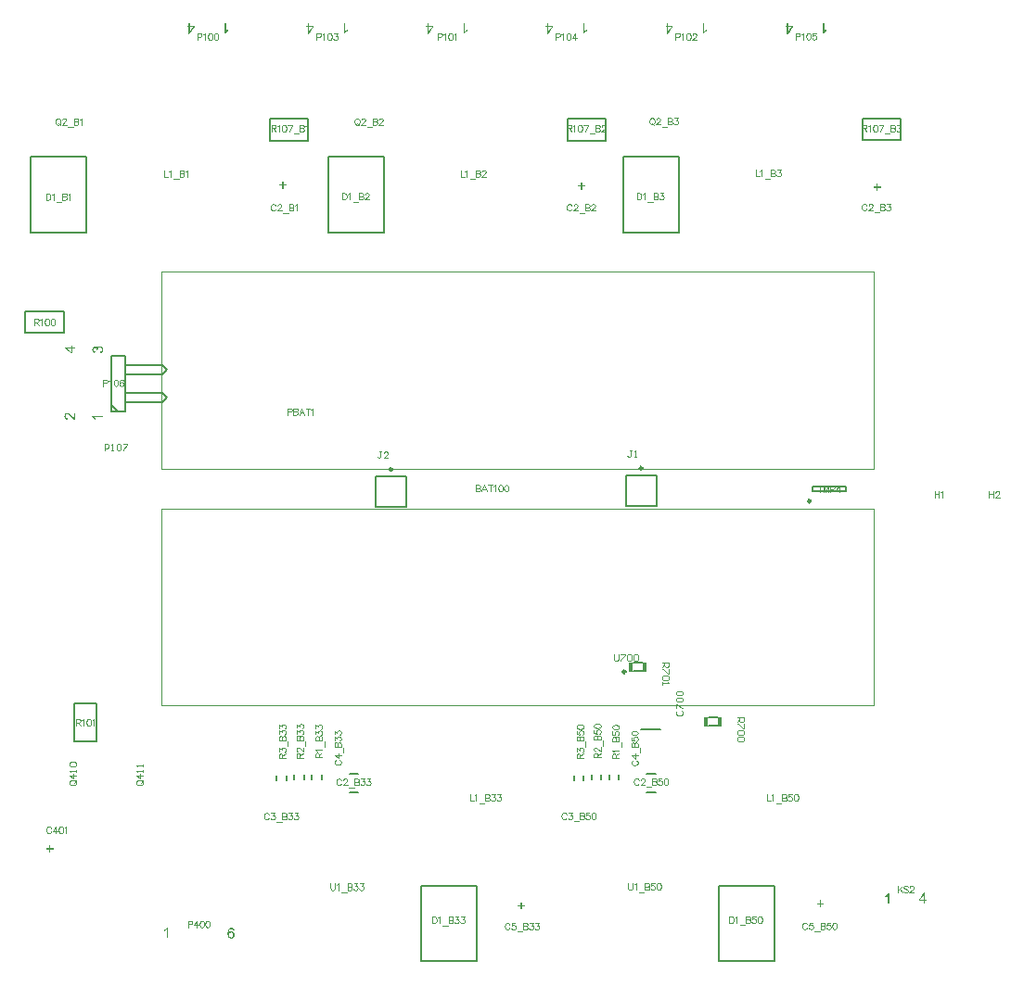
<source format=gto>
%FSLAX44Y44*%
%MOMM*%
G71*
G01*
G75*
G04 Layer_Color=65535*
%ADD10C,2.0000*%
%ADD11R,1.0000X1.1000*%
%ADD12R,1.2000X1.1000*%
%ADD13R,4.0000X4.0000*%
%ADD14R,0.6100X1.2700*%
%ADD15R,3.9100X3.7500*%
G04:AMPARAMS|DCode=16|XSize=4mm|YSize=10mm|CornerRadius=1mm|HoleSize=0mm|Usage=FLASHONLY|Rotation=0.000|XOffset=0mm|YOffset=0mm|HoleType=Round|Shape=RoundedRectangle|*
%AMROUNDEDRECTD16*
21,1,4.0000,8.0000,0,0,0.0*
21,1,2.0000,10.0000,0,0,0.0*
1,1,2.0000,1.0000,-4.0000*
1,1,2.0000,-1.0000,-4.0000*
1,1,2.0000,-1.0000,4.0000*
1,1,2.0000,1.0000,4.0000*
%
%ADD16ROUNDEDRECTD16*%
%ADD17R,0.9100X3.0000*%
%ADD18R,5.6000X6.3500*%
%ADD19R,1.0000X0.7000*%
%ADD20R,1.1000X1.1000*%
%ADD21R,1.1000X1.2000*%
%ADD22R,1.5000X1.9000*%
%ADD23R,4.5000X3.0000*%
%ADD24R,6.0000X6.0000*%
%ADD25R,6.0000X2.0000*%
%ADD26R,2.1000X3.0000*%
%ADD27R,0.8000X1.3000*%
%ADD28R,3.5000X1.4000*%
%ADD29R,1.4000X3.5000*%
%ADD30R,0.6500X1.0500*%
%ADD31R,2.0000X1.2000*%
%ADD32R,3.2000X1.0000*%
%ADD33R,2.2000X0.6000*%
%ADD34R,1.8000X3.6000*%
%ADD35C,0.6000*%
%ADD36C,0.5000*%
%ADD37C,0.2000*%
%ADD38C,0.3000*%
%ADD39C,3.0000*%
%ADD40C,0.8000*%
%ADD41C,1.0000*%
%ADD42C,0.9000*%
%ADD43C,2.5000*%
%ADD44R,7.4500X4.6250*%
%ADD45R,9.9750X4.0250*%
%ADD46R,5.1750X10.4000*%
%ADD47R,4.5050X10.5100*%
%ADD48R,6.0000X12.8250*%
%ADD49R,3.6750X7.1250*%
%ADD50R,4.4500X9.4500*%
%ADD51R,3.3500X4.9500*%
%ADD52R,2.7750X4.9500*%
%ADD53R,2.4750X3.0000*%
%ADD54R,1.6750X2.9750*%
%ADD55R,3.4750X1.4000*%
%ADD56R,1.9750X6.4580*%
%ADD57R,1.0000X0.5750*%
%ADD58R,6.0000X14.0500*%
%ADD59R,2.4000X2.8960*%
%ADD60R,6.1000X8.1000*%
%ADD61R,10.7750X4.8000*%
%ADD62R,7.8000X3.9750*%
%ADD63R,2.4320X7.9440*%
%ADD64R,3.8000X37.1000*%
%ADD65R,21.1000X4.0500*%
%ADD66R,10.8840X4.8000*%
%ADD67R,2.4000X6.0670*%
%ADD68R,52.1900X2.9500*%
%ADD69R,4.5050X14.9600*%
%ADD70R,0.9250X1.1250*%
%ADD71R,4.5300X15.0600*%
%ADD72R,4.3240X3.9600*%
%ADD73R,2.0500X3.1000*%
%ADD74R,2.0500X3.1500*%
%ADD75R,2.5750X2.6000*%
%ADD76R,2.0750X2.9750*%
%ADD77R,2.0500X2.4750*%
%ADD78R,2.5250X2.6750*%
%ADD79R,2.0750X1.9250*%
%ADD80R,2.0500X2.6500*%
%ADD81R,2.6500X3.9750*%
%ADD82R,2.0500X3.3750*%
%ADD83R,2.0500X3.8750*%
%ADD84R,2.0500X3.2750*%
%ADD85R,2.0500X3.4000*%
%ADD86R,2.0500X3.1250*%
%ADD87R,2.4250X1.3000*%
%ADD88R,22.6250X3.2250*%
%ADD89R,21.7000X7.1000*%
%ADD90R,3.2250X18.4000*%
%ADD91R,6.9750X10.0250*%
%ADD92R,1.5000X1.5000*%
%ADD93C,2.5000*%
%ADD94C,4.0000*%
%ADD95C,1.5000*%
%ADD96R,1.5000X1.5000*%
%ADD97C,0.8000*%
%ADD98C,1.0000*%
%ADD99C,1.2000*%
%ADD100C,6.0000*%
%ADD101C,1.7000*%
%ADD102C,1.8000*%
%ADD103C,0.6600*%
%ADD104C,1.5000*%
%ADD105C,0.4000*%
%ADD106C,0.2500*%
%ADD107R,3.3750X5.0250*%
%ADD108R,2.3750X1.3000*%
%ADD109R,2.4250X1.6250*%
%ADD110R,3.4250X0.7750*%
%ADD111R,2.6000X1.7250*%
%ADD112R,3.5250X0.8250*%
%ADD113R,2.4000X1.6250*%
%ADD114R,1.4500X2.4500*%
%ADD115R,2.6250X1.7750*%
%ADD116R,3.5250X0.9500*%
%ADD117R,3.3750X34.9250*%
%ADD118R,5.3250X2.3250*%
%ADD119R,6.0000X2.2500*%
%ADD120R,6.0750X2.3000*%
%ADD121C,5.8000*%
%ADD122C,1.0160*%
%ADD123C,1.9160*%
%ADD124C,2.0160*%
%ADD125C,1.3160*%
%ADD126C,1.5160*%
%ADD127C,1.6160*%
%ADD128C,1.8160*%
%ADD129C,0.2540*%
%ADD130C,3.5160*%
%ADD131C,3.2160*%
%ADD132C,4.0160*%
%ADD133C,1.3460*%
%ADD134R,2.3000X4.9750*%
%ADD135R,3.1000X1.5250*%
%ADD136R,2.5000X1.7250*%
%ADD137R,2.6750X1.7750*%
%ADD138R,3.6000X1.0000*%
%ADD139R,2.5250X1.6750*%
%ADD140R,1.5000X2.5250*%
%ADD141R,3.5500X0.8500*%
%ADD142R,2.7000X1.7500*%
%ADD143R,3.4250X1.0750*%
%ADD144R,3.5250X1.0500*%
%ADD145R,2.4250X1.7250*%
%ADD146R,2.4500X1.6500*%
%ADD147R,2.4500X1.2500*%
%ADD148R,5.3000X2.3000*%
%ADD149R,6.0250X2.3000*%
%ADD150R,6.0500X2.3250*%
%ADD151R,3.4250X34.9500*%
%ADD152C,0.2000*%
%ADD153R,1.1000X1.8000*%
%ADD154R,1.1000X1.1000*%
%ADD155R,6.0000X6.0000*%
%ADD156R,2.0000X6.0000*%
%ADD157R,2.4000X3.3000*%
%ADD158R,2.4000X1.0000*%
%ADD159R,1.4000X1.0000*%
%ADD160R,0.6500X1.1000*%
%ADD161R,0.9000X0.6500*%
%ADD162R,1.0000X1.4000*%
%ADD163R,1.5000X1.6000*%
%ADD164R,0.7000X1.3000*%
%ADD165R,1.1000X0.6500*%
%ADD166R,0.6000X1.8000*%
%ADD167R,1.3000X0.7000*%
%ADD168R,1.0500X0.6500*%
%ADD169O,1.8000X0.3000*%
%ADD170O,0.3000X1.8000*%
%ADD171O,1.7000X0.3500*%
%ADD172R,1.8000X0.6000*%
%ADD173R,1.9000X1.5000*%
%ADD174R,0.6500X0.9000*%
%ADD175R,2.5000X1.0000*%
%ADD176R,1.0500X1.0800*%
%ADD177O,0.6000X1.9500*%
%ADD178R,1.0800X1.0500*%
%ADD179R,0.5500X0.9500*%
%ADD180R,0.6000X0.8000*%
%ADD181R,0.8000X0.7000*%
%ADD182R,0.6500X3.0000*%
%ADD183R,0.7000X0.8000*%
%ADD184R,0.6500X2.2000*%
%ADD185R,1.0000X1.8000*%
%ADD186R,0.9000X0.7000*%
%ADD187R,0.7000X0.9000*%
%ADD188R,6.0000X3.0000*%
%ADD189R,2.6500X3.0250*%
%ADD190R,2.2500X3.0000*%
%ADD191R,5.4000X2.4750*%
%ADD192R,6.1250X2.4250*%
%ADD193R,6.2500X2.4250*%
%ADD194R,3.5000X3.9000*%
%ADD195R,1.3000X3.2000*%
%ADD196R,4.9000X1.5000*%
%ADD197R,1.7000X3.2000*%
%ADD198R,13.8000X1.3000*%
%ADD199R,3.1000X4.5000*%
%ADD200R,52.4000X2.9500*%
%ADD201R,2.7000X3.3000*%
%ADD202R,7.1000X2.5000*%
%ADD203R,4.9000X2.7000*%
%ADD204R,4.7000X1.9000*%
%ADD205R,2.7000X3.5000*%
%ADD206R,2.7000X2.7000*%
%ADD207R,2.7000X1.8000*%
%ADD208R,2.7000X1.9000*%
%ADD209R,2.7000X3.9000*%
%ADD210R,2.7000X3.6000*%
%ADD211R,32.3500X1.3000*%
%ADD212R,0.6100X3.1400*%
%ADD213R,3.2000X1.7100*%
%ADD214R,2.4800X2.0750*%
%ADD215R,0.6000X1.8000*%
%ADD216R,0.6000X2.8900*%
%ADD217R,1.4900X1.4000*%
%ADD218R,2.4800X2.0270*%
%ADD219R,2.4800X2.0440*%
%ADD220R,2.4800X2.1920*%
%ADD221R,2.4800X1.9810*%
%ADD222R,0.6000X2.3100*%
%ADD223R,2.4800X2.0650*%
%ADD224R,7.8750X3.0000*%
%ADD225R,2.7000X12.4250*%
%ADD226R,15.4900X3.0000*%
%ADD227R,2.4750X2.8750*%
%ADD228R,2.4750X2.9000*%
%ADD229R,2.4750X4.2000*%
%ADD230R,1.0250X3.6500*%
%ADD231R,3.5250X2.3500*%
%ADD232C,0.1524*%
%ADD233C,0.1000*%
%ADD234R,0.4064X0.8636*%
G36*
X657718Y821512D02*
X661900D01*
Y820427D01*
X657489Y814203D01*
X656533D01*
Y820427D01*
X655234D01*
Y821512D01*
X656533D01*
Y823810D01*
X657718D01*
Y821512D01*
D02*
G37*
G36*
X690665Y816766D02*
X690679Y816780D01*
X690736Y816837D01*
X690836Y816908D01*
X690964Y817023D01*
X691121Y817137D01*
X691321Y817280D01*
X691550Y817422D01*
X691792Y817579D01*
X691807D01*
X691821Y817594D01*
X691907Y817651D01*
X692035Y817722D01*
X692206Y817808D01*
X692392Y817908D01*
X692592Y817993D01*
X692806Y818093D01*
X693020Y818179D01*
Y817037D01*
X693006D01*
X692977Y817023D01*
X692920Y816994D01*
X692849Y816951D01*
X692763Y816908D01*
X692663Y816851D01*
X692435Y816723D01*
X692163Y816566D01*
X691878Y816380D01*
X691592Y816166D01*
X691307Y815923D01*
X691293Y815909D01*
X691278Y815895D01*
X691179Y815809D01*
X691050Y815681D01*
X690893Y815510D01*
X690722Y815310D01*
X690550Y815096D01*
X690379Y814867D01*
X690251Y814624D01*
X689480D01*
Y824260D01*
X690665D01*
Y816766D01*
D02*
G37*
G36*
X29453Y528921D02*
X29553Y528907D01*
X29682Y528892D01*
X29825Y528864D01*
X29982Y528821D01*
X30310Y528707D01*
X30481Y528635D01*
X30667Y528550D01*
X30852Y528436D01*
X31024Y528307D01*
X31195Y528164D01*
X31366Y528007D01*
X31381Y527993D01*
X31409Y527964D01*
X31452Y527907D01*
X31495Y527850D01*
X31566Y527750D01*
X31637Y527650D01*
X31723Y527522D01*
X31795Y527379D01*
X31880Y527222D01*
X31966Y527037D01*
X32037Y526851D01*
X32094Y526651D01*
X32151Y526423D01*
X32194Y526194D01*
X32223Y525952D01*
X32237Y525695D01*
Y525680D01*
Y525638D01*
Y525566D01*
X32223Y525481D01*
X32208Y525381D01*
X32194Y525252D01*
X32180Y525109D01*
X32137Y524952D01*
X32051Y524624D01*
X31923Y524267D01*
X31837Y524096D01*
X31737Y523910D01*
X31623Y523739D01*
X31495Y523582D01*
X31480Y523568D01*
X31466Y523554D01*
X31423Y523511D01*
X31352Y523454D01*
X31281Y523382D01*
X31195Y523311D01*
X31081Y523239D01*
X30966Y523154D01*
X30681Y522982D01*
X30338Y522840D01*
X29953Y522711D01*
X29753Y522668D01*
X29525Y522640D01*
X29368Y523825D01*
X29382D01*
X29411Y523839D01*
X29468Y523853D01*
X29539Y523867D01*
X29610Y523882D01*
X29710Y523910D01*
X29924Y523982D01*
X30167Y524082D01*
X30410Y524196D01*
X30638Y524339D01*
X30824Y524510D01*
X30838Y524538D01*
X30895Y524595D01*
X30966Y524696D01*
X31038Y524838D01*
X31124Y525009D01*
X31195Y525209D01*
X31252Y525438D01*
X31266Y525695D01*
Y525709D01*
Y525737D01*
Y525780D01*
X31252Y525838D01*
X31238Y525994D01*
X31195Y526194D01*
X31124Y526408D01*
X31024Y526651D01*
X30881Y526880D01*
X30695Y527108D01*
X30667Y527136D01*
X30595Y527194D01*
X30467Y527294D01*
X30310Y527393D01*
X30096Y527493D01*
X29853Y527593D01*
X29582Y527650D01*
X29282Y527679D01*
X29197D01*
X29139Y527665D01*
X28997Y527650D01*
X28811Y527607D01*
X28597Y527550D01*
X28368Y527450D01*
X28154Y527322D01*
X27940Y527136D01*
X27912Y527108D01*
X27855Y527037D01*
X27769Y526922D01*
X27669Y526765D01*
X27583Y526580D01*
X27498Y526351D01*
X27441Y526080D01*
X27412Y525795D01*
Y525780D01*
Y525737D01*
Y525666D01*
X27426Y525566D01*
X27441Y525452D01*
X27469Y525309D01*
X27498Y525152D01*
X27541Y524967D01*
X26498Y525095D01*
Y525109D01*
Y525167D01*
X26513Y525224D01*
Y525281D01*
Y525295D01*
Y525309D01*
Y525352D01*
Y525409D01*
X26498Y525552D01*
X26470Y525737D01*
X26413Y525952D01*
X26356Y526166D01*
X26256Y526408D01*
X26127Y526637D01*
Y526651D01*
X26113Y526665D01*
X26056Y526737D01*
X25956Y526837D01*
X25828Y526951D01*
X25656Y527051D01*
X25442Y527151D01*
X25199Y527222D01*
X25057Y527251D01*
X24800D01*
X24686Y527222D01*
X24543Y527194D01*
X24372Y527136D01*
X24186Y527065D01*
X24015Y526951D01*
X23843Y526808D01*
X23829Y526794D01*
X23772Y526722D01*
X23701Y526637D01*
X23629Y526494D01*
X23544Y526337D01*
X23486Y526137D01*
X23429Y525923D01*
X23415Y525666D01*
Y525652D01*
Y525638D01*
Y525552D01*
X23444Y525424D01*
X23472Y525266D01*
X23529Y525081D01*
X23601Y524895D01*
X23715Y524710D01*
X23858Y524524D01*
X23872Y524510D01*
X23943Y524453D01*
X24043Y524367D01*
X24172Y524282D01*
X24357Y524182D01*
X24586Y524082D01*
X24843Y523996D01*
X25142Y523939D01*
X24928Y522754D01*
X24914D01*
X24871Y522768D01*
X24814Y522783D01*
X24728Y522797D01*
X24643Y522826D01*
X24529Y522868D01*
X24257Y522954D01*
X23972Y523082D01*
X23658Y523254D01*
X23372Y523468D01*
X23101Y523725D01*
X23087Y523739D01*
X23073Y523768D01*
X23044Y523810D01*
X23001Y523867D01*
X22944Y523939D01*
X22887Y524025D01*
X22830Y524139D01*
X22773Y524253D01*
X22659Y524524D01*
X22544Y524852D01*
X22473Y525224D01*
X22445Y525424D01*
Y525638D01*
Y525652D01*
Y525666D01*
Y525709D01*
Y525766D01*
X22459Y525923D01*
X22487Y526109D01*
X22530Y526337D01*
X22587Y526580D01*
X22673Y526822D01*
X22787Y527079D01*
Y527094D01*
X22801Y527108D01*
X22844Y527194D01*
X22930Y527308D01*
X23030Y527465D01*
X23158Y527622D01*
X23330Y527793D01*
X23501Y527964D01*
X23715Y528107D01*
X23744Y528121D01*
X23815Y528164D01*
X23929Y528221D01*
X24086Y528293D01*
X24272Y528350D01*
X24471Y528407D01*
X24700Y528450D01*
X24943Y528464D01*
X25043D01*
X25171Y528450D01*
X25314Y528421D01*
X25499Y528378D01*
X25685Y528321D01*
X25885Y528236D01*
X26085Y528121D01*
X26113Y528107D01*
X26170Y528064D01*
X26256Y527979D01*
X26370Y527879D01*
X26498Y527736D01*
X26627Y527565D01*
X26770Y527365D01*
X26884Y527136D01*
Y527151D01*
X26898Y527179D01*
X26913Y527222D01*
X26927Y527279D01*
X26984Y527422D01*
X27055Y527622D01*
X27169Y527822D01*
X27312Y528050D01*
X27483Y528264D01*
X27698Y528450D01*
X27726Y528464D01*
X27812Y528521D01*
X27940Y528607D01*
X28126Y528692D01*
X28340Y528778D01*
X28611Y528864D01*
X28911Y528921D01*
X29239Y528935D01*
X29353D01*
X29453Y528921D01*
D02*
G37*
G36*
X471665Y816716D02*
X471679Y816730D01*
X471736Y816787D01*
X471836Y816858D01*
X471964Y816973D01*
X472122Y817087D01*
X472321Y817230D01*
X472550Y817372D01*
X472792Y817529D01*
X472807D01*
X472821Y817544D01*
X472907Y817601D01*
X473035Y817672D01*
X473206Y817758D01*
X473392Y817858D01*
X473592Y817943D01*
X473806Y818043D01*
X474020Y818129D01*
Y816987D01*
X474006D01*
X473977Y816973D01*
X473920Y816944D01*
X473849Y816901D01*
X473763Y816858D01*
X473663Y816801D01*
X473435Y816673D01*
X473164Y816516D01*
X472878Y816330D01*
X472593Y816116D01*
X472307Y815873D01*
X472293Y815859D01*
X472279Y815845D01*
X472179Y815759D01*
X472050Y815631D01*
X471893Y815460D01*
X471722Y815260D01*
X471550Y815045D01*
X471379Y814817D01*
X471251Y814575D01*
X470480D01*
Y824210D01*
X471665D01*
Y816716D01*
D02*
G37*
G36*
X220467Y821462D02*
X224650D01*
Y820377D01*
X220239Y814153D01*
X219283D01*
Y820377D01*
X217984D01*
Y821462D01*
X219283D01*
Y823760D01*
X220467D01*
Y821462D01*
D02*
G37*
G36*
X253415Y816716D02*
X253429Y816730D01*
X253486Y816787D01*
X253586Y816858D01*
X253714Y816973D01*
X253871Y817087D01*
X254071Y817230D01*
X254300Y817372D01*
X254542Y817529D01*
X254557D01*
X254571Y817544D01*
X254657Y817601D01*
X254785Y817672D01*
X254956Y817758D01*
X255142Y817858D01*
X255342Y817943D01*
X255556Y818043D01*
X255770Y818129D01*
Y816987D01*
X255756D01*
X255727Y816973D01*
X255670Y816944D01*
X255599Y816901D01*
X255513Y816858D01*
X255413Y816801D01*
X255185Y816673D01*
X254914Y816516D01*
X254628Y816330D01*
X254342Y816116D01*
X254057Y815873D01*
X254043Y815859D01*
X254028Y815845D01*
X253929Y815759D01*
X253800Y815631D01*
X253643Y815460D01*
X253472Y815260D01*
X253300Y815045D01*
X253129Y814817D01*
X253001Y814575D01*
X252230D01*
Y824210D01*
X253415D01*
Y816716D01*
D02*
G37*
G36*
X438718Y821462D02*
X442900D01*
Y820377D01*
X438489Y814153D01*
X437533D01*
Y820377D01*
X436234D01*
Y821462D01*
X437533D01*
Y823760D01*
X438718D01*
Y821462D01*
D02*
G37*
G36*
X91770Y-11510D02*
X90585D01*
Y-4016D01*
X90571Y-4030D01*
X90514Y-4087D01*
X90414Y-4159D01*
X90286Y-4273D01*
X90128Y-4387D01*
X89929Y-4530D01*
X89700Y-4672D01*
X89458Y-4829D01*
X89443D01*
X89429Y-4844D01*
X89343Y-4901D01*
X89215Y-4972D01*
X89044Y-5058D01*
X88858Y-5158D01*
X88658Y-5243D01*
X88444Y-5343D01*
X88230Y-5429D01*
Y-4287D01*
X88244D01*
X88273Y-4273D01*
X88330Y-4244D01*
X88401Y-4201D01*
X88487Y-4159D01*
X88587Y-4101D01*
X88815Y-3973D01*
X89087Y-3816D01*
X89372Y-3630D01*
X89657Y-3416D01*
X89943Y-3174D01*
X89957Y-3159D01*
X89972Y-3145D01*
X90071Y-3059D01*
X90200Y-2931D01*
X90357Y-2760D01*
X90528Y-2560D01*
X90700Y-2346D01*
X90871Y-2117D01*
X90999Y-1875D01*
X91770D01*
Y-11510D01*
D02*
G37*
G36*
X782717Y23323D02*
X784016D01*
Y22238D01*
X782717D01*
Y19940D01*
X781533D01*
Y22238D01*
X777350D01*
Y23323D01*
X781761Y29547D01*
X782717D01*
Y23323D01*
D02*
G37*
G36*
X749770Y19490D02*
X748585D01*
Y26984D01*
X748571Y26970D01*
X748514Y26913D01*
X748414Y26841D01*
X748286Y26727D01*
X748129Y26613D01*
X747929Y26470D01*
X747700Y26328D01*
X747458Y26171D01*
X747443D01*
X747429Y26156D01*
X747343Y26099D01*
X747215Y26028D01*
X747044Y25942D01*
X746858Y25842D01*
X746658Y25757D01*
X746444Y25657D01*
X746230Y25571D01*
Y26713D01*
X746244D01*
X746273Y26727D01*
X746330Y26756D01*
X746401Y26799D01*
X746487Y26841D01*
X746587Y26899D01*
X746815Y27027D01*
X747086Y27184D01*
X747372Y27370D01*
X747657Y27584D01*
X747943Y27826D01*
X747957Y27841D01*
X747971Y27855D01*
X748072Y27941D01*
X748200Y28069D01*
X748357Y28240D01*
X748528Y28440D01*
X748699Y28654D01*
X748871Y28883D01*
X748999Y29125D01*
X749770D01*
Y19490D01*
D02*
G37*
G36*
X149640Y-2379D02*
X149740D01*
X149854Y-2393D01*
X150111Y-2450D01*
X150411Y-2521D01*
X150725Y-2636D01*
X151025Y-2793D01*
X151167Y-2893D01*
X151310Y-3007D01*
X151325D01*
X151339Y-3035D01*
X151382Y-3078D01*
X151424Y-3121D01*
X151553Y-3264D01*
X151696Y-3464D01*
X151853Y-3721D01*
X151995Y-4020D01*
X152110Y-4363D01*
X152195Y-4763D01*
X151025Y-4848D01*
Y-4834D01*
X151010Y-4820D01*
X150996Y-4734D01*
X150953Y-4620D01*
X150911Y-4463D01*
X150839Y-4306D01*
X150753Y-4135D01*
X150668Y-3978D01*
X150568Y-3849D01*
X150539Y-3821D01*
X150482Y-3763D01*
X150382Y-3692D01*
X150240Y-3592D01*
X150068Y-3492D01*
X149868Y-3421D01*
X149640Y-3364D01*
X149383Y-3335D01*
X149283D01*
X149183Y-3350D01*
X149040Y-3378D01*
X148883Y-3407D01*
X148727Y-3464D01*
X148555Y-3549D01*
X148384Y-3649D01*
X148355Y-3663D01*
X148298Y-3721D01*
X148184Y-3821D01*
X148070Y-3949D01*
X147927Y-4120D01*
X147770Y-4334D01*
X147627Y-4577D01*
X147499Y-4848D01*
Y-4863D01*
X147485Y-4877D01*
X147470Y-4934D01*
X147442Y-4991D01*
X147428Y-5077D01*
X147399Y-5162D01*
X147370Y-5277D01*
X147342Y-5419D01*
X147299Y-5562D01*
X147270Y-5733D01*
X147242Y-5905D01*
X147228Y-6105D01*
X147199Y-6319D01*
X147185Y-6547D01*
X147170Y-6804D01*
Y-7047D01*
X147185Y-7032D01*
X147242Y-6961D01*
X147327Y-6847D01*
X147456Y-6704D01*
X147599Y-6547D01*
X147784Y-6390D01*
X147984Y-6233D01*
X148198Y-6105D01*
X148213D01*
X148227Y-6090D01*
X148313Y-6047D01*
X148427Y-6005D01*
X148598Y-5933D01*
X148798Y-5876D01*
X149012Y-5833D01*
X149255Y-5791D01*
X149497Y-5776D01*
X149612D01*
X149697Y-5791D01*
X149797Y-5805D01*
X149911Y-5819D01*
X150197Y-5890D01*
X150511Y-5990D01*
X150682Y-6062D01*
X150853Y-6147D01*
X151010Y-6247D01*
X151182Y-6362D01*
X151353Y-6490D01*
X151510Y-6647D01*
X151524Y-6661D01*
X151553Y-6690D01*
X151581Y-6733D01*
X151638Y-6804D01*
X151710Y-6890D01*
X151781Y-6989D01*
X151853Y-7118D01*
X151938Y-7247D01*
X152010Y-7404D01*
X152081Y-7575D01*
X152152Y-7760D01*
X152224Y-7960D01*
X152281Y-8174D01*
X152309Y-8403D01*
X152338Y-8631D01*
X152352Y-8888D01*
Y-8902D01*
Y-8931D01*
Y-8974D01*
Y-9045D01*
X152338Y-9117D01*
Y-9216D01*
X152309Y-9431D01*
X152252Y-9688D01*
X152181Y-9973D01*
X152081Y-10273D01*
X151953Y-10573D01*
Y-10587D01*
X151938Y-10601D01*
X151910Y-10644D01*
X151881Y-10701D01*
X151796Y-10844D01*
X151681Y-11015D01*
X151524Y-11201D01*
X151339Y-11401D01*
X151125Y-11586D01*
X150882Y-11757D01*
X150868D01*
X150853Y-11772D01*
X150811Y-11800D01*
X150768Y-11814D01*
X150625Y-11886D01*
X150440Y-11957D01*
X150211Y-12029D01*
X149940Y-12100D01*
X149654Y-12143D01*
X149340Y-12157D01*
X149269D01*
X149198Y-12143D01*
X149098D01*
X148969Y-12128D01*
X148826Y-12100D01*
X148655Y-12071D01*
X148484Y-12029D01*
X148298Y-11971D01*
X148098Y-11900D01*
X147899Y-11814D01*
X147699Y-11700D01*
X147499Y-11586D01*
X147299Y-11443D01*
X147113Y-11272D01*
X146928Y-11086D01*
X146914Y-11072D01*
X146885Y-11029D01*
X146842Y-10972D01*
X146785Y-10872D01*
X146714Y-10758D01*
X146628Y-10615D01*
X146557Y-10430D01*
X146471Y-10230D01*
X146371Y-10001D01*
X146300Y-9745D01*
X146214Y-9445D01*
X146143Y-9117D01*
X146086Y-8774D01*
X146043Y-8389D01*
X146014Y-7960D01*
X146000Y-7518D01*
Y-7503D01*
Y-7489D01*
Y-7446D01*
Y-7389D01*
X146014Y-7247D01*
Y-7061D01*
X146028Y-6833D01*
X146057Y-6576D01*
X146086Y-6276D01*
X146129Y-5962D01*
X146186Y-5633D01*
X146257Y-5305D01*
X146328Y-4963D01*
X146428Y-4634D01*
X146557Y-4306D01*
X146685Y-4006D01*
X146842Y-3721D01*
X147028Y-3464D01*
X147042Y-3449D01*
X147071Y-3421D01*
X147128Y-3364D01*
X147199Y-3292D01*
X147285Y-3207D01*
X147399Y-3121D01*
X147527Y-3021D01*
X147670Y-2907D01*
X147827Y-2807D01*
X148013Y-2707D01*
X148213Y-2621D01*
X148427Y-2536D01*
X148669Y-2464D01*
X148912Y-2407D01*
X149169Y-2379D01*
X149454Y-2365D01*
X149569D01*
X149640Y-2379D01*
D02*
G37*
G36*
X4382Y528007D02*
X6680D01*
Y526822D01*
X4382D01*
Y522640D01*
X3297D01*
X-2927Y527051D01*
Y528007D01*
X3297D01*
Y529306D01*
X4382D01*
Y528007D01*
D02*
G37*
G36*
X6680Y461694D02*
X6523D01*
X6423Y461708D01*
X6295Y461723D01*
X6166Y461737D01*
X6009Y461780D01*
X5866Y461823D01*
X5852D01*
X5838Y461837D01*
X5752Y461866D01*
X5624Y461923D01*
X5467Y462008D01*
X5267Y462122D01*
X5053Y462251D01*
X4824Y462408D01*
X4596Y462593D01*
X4582D01*
X4567Y462622D01*
X4482Y462693D01*
X4353Y462822D01*
X4182Y462993D01*
X3968Y463207D01*
X3711Y463479D01*
X3440Y463793D01*
X3140Y464149D01*
X3126Y464164D01*
X3083Y464221D01*
X3011Y464292D01*
X2926Y464406D01*
X2826Y464535D01*
X2697Y464678D01*
X2397Y464992D01*
X2084Y465349D01*
X1741Y465691D01*
X1570Y465862D01*
X1413Y466005D01*
X1256Y466148D01*
X1113Y466262D01*
X1098D01*
X1084Y466291D01*
X1041Y466319D01*
X984Y466348D01*
X842Y466433D01*
X656Y466548D01*
X428Y466647D01*
X185Y466733D01*
X-58Y466790D01*
X-315Y466819D01*
X-343D01*
X-429Y466805D01*
X-557Y466790D01*
X-729Y466762D01*
X-914Y466690D01*
X-1114Y466605D01*
X-1314Y466476D01*
X-1499Y466305D01*
X-1514Y466276D01*
X-1571Y466219D01*
X-1656Y466105D01*
X-1742Y465962D01*
X-1828Y465762D01*
X-1913Y465548D01*
X-1971Y465291D01*
X-1985Y465006D01*
Y464992D01*
Y464963D01*
Y464920D01*
X-1971Y464863D01*
X-1956Y464706D01*
X-1913Y464521D01*
X-1856Y464292D01*
X-1756Y464064D01*
X-1628Y463835D01*
X-1457Y463635D01*
X-1428Y463621D01*
X-1357Y463564D01*
X-1243Y463479D01*
X-1085Y463393D01*
X-886Y463293D01*
X-643Y463222D01*
X-358Y463164D01*
X-44Y463136D01*
X-172Y461923D01*
X-229D01*
X-300Y461937D01*
X-400Y461951D01*
X-514Y461980D01*
X-643Y462008D01*
X-943Y462080D01*
X-1271Y462194D01*
X-1614Y462365D01*
X-1785Y462465D01*
X-1942Y462579D01*
X-2099Y462708D01*
X-2242Y462850D01*
X-2256Y462865D01*
X-2270Y462893D01*
X-2313Y462936D01*
X-2356Y462993D01*
X-2413Y463079D01*
X-2470Y463179D01*
X-2527Y463293D01*
X-2599Y463436D01*
X-2670Y463578D01*
X-2727Y463736D01*
X-2784Y463921D01*
X-2841Y464121D01*
X-2884Y464321D01*
X-2927Y464549D01*
X-2941Y464777D01*
X-2955Y465034D01*
Y465049D01*
Y465092D01*
Y465163D01*
X-2941Y465263D01*
X-2927Y465377D01*
X-2913Y465520D01*
X-2898Y465663D01*
X-2856Y465834D01*
X-2770Y466176D01*
X-2627Y466548D01*
X-2542Y466719D01*
X-2442Y466890D01*
X-2327Y467062D01*
X-2185Y467219D01*
X-2170Y467233D01*
X-2156Y467247D01*
X-2113Y467290D01*
X-2042Y467347D01*
X-1971Y467404D01*
X-1885Y467476D01*
X-1771Y467547D01*
X-1656Y467632D01*
X-1385Y467775D01*
X-1057Y467904D01*
X-886Y467961D01*
X-686Y468004D01*
X-500Y468018D01*
X-286Y468032D01*
X-186D01*
X-72Y468018D01*
X71Y468004D01*
X256Y467975D01*
X442Y467932D01*
X642Y467875D01*
X856Y467789D01*
X884Y467775D01*
X956Y467747D01*
X1056Y467690D01*
X1198Y467604D01*
X1384Y467490D01*
X1584Y467361D01*
X1798Y467190D01*
X2026Y467004D01*
X2055Y466976D01*
X2141Y466904D01*
X2198Y466847D01*
X2283Y466762D01*
X2369Y466676D01*
X2469Y466576D01*
X2583Y466462D01*
X2712Y466319D01*
X2840Y466176D01*
X2997Y466005D01*
X3154Y465834D01*
X3325Y465634D01*
X3511Y465420D01*
X3711Y465191D01*
X3725Y465177D01*
X3754Y465149D01*
X3796Y465092D01*
X3854Y465020D01*
X4011Y464849D01*
X4196Y464621D01*
X4396Y464392D01*
X4596Y464178D01*
X4781Y463978D01*
X4853Y463907D01*
X4924Y463835D01*
X4938Y463821D01*
X4981Y463793D01*
X5038Y463736D01*
X5124Y463664D01*
X5210Y463578D01*
X5324Y463493D01*
X5552Y463336D01*
Y468046D01*
X6680D01*
Y461694D01*
D02*
G37*
G36*
X32080Y464035D02*
X24586D01*
X24600Y464021D01*
X24657Y463964D01*
X24728Y463864D01*
X24843Y463736D01*
X24957Y463578D01*
X25100Y463379D01*
X25242Y463150D01*
X25399Y462907D01*
Y462893D01*
X25414Y462879D01*
X25471Y462793D01*
X25542Y462665D01*
X25628Y462494D01*
X25728Y462308D01*
X25813Y462108D01*
X25913Y461894D01*
X25999Y461680D01*
X24857D01*
Y461694D01*
X24843Y461723D01*
X24814Y461780D01*
X24771Y461851D01*
X24728Y461937D01*
X24671Y462037D01*
X24543Y462265D01*
X24386Y462536D01*
X24200Y462822D01*
X23986Y463107D01*
X23744Y463393D01*
X23729Y463407D01*
X23715Y463421D01*
X23629Y463521D01*
X23501Y463650D01*
X23330Y463807D01*
X23130Y463978D01*
X22915Y464149D01*
X22687Y464321D01*
X22445Y464449D01*
Y465220D01*
X32080D01*
Y464035D01*
D02*
G37*
G36*
X581164Y816716D02*
X581178Y816730D01*
X581235Y816787D01*
X581335Y816858D01*
X581464Y816973D01*
X581621Y817087D01*
X581821Y817230D01*
X582049Y817372D01*
X582292Y817529D01*
X582306D01*
X582320Y817544D01*
X582406Y817601D01*
X582534Y817672D01*
X582706Y817758D01*
X582891Y817858D01*
X583091Y817943D01*
X583305Y818043D01*
X583519Y818129D01*
Y816987D01*
X583505D01*
X583476Y816973D01*
X583419Y816944D01*
X583348Y816901D01*
X583262Y816858D01*
X583162Y816801D01*
X582934Y816673D01*
X582663Y816516D01*
X582377Y816330D01*
X582092Y816116D01*
X581806Y815873D01*
X581792Y815859D01*
X581778Y815845D01*
X581678Y815759D01*
X581549Y815631D01*
X581392Y815460D01*
X581221Y815260D01*
X581050Y815045D01*
X580878Y814817D01*
X580750Y814574D01*
X579979D01*
Y824210D01*
X581164D01*
Y816716D01*
D02*
G37*
G36*
X469535Y675881D02*
X472189D01*
Y674764D01*
X469535D01*
Y672081D01*
X468404D01*
Y674764D01*
X465750D01*
Y675881D01*
X468404D01*
Y678535D01*
X469535D01*
Y675881D01*
D02*
G37*
G36*
X739535Y674881D02*
X742189D01*
Y673764D01*
X739535D01*
Y671081D01*
X738404D01*
Y673764D01*
X735750D01*
Y674881D01*
X738404D01*
Y677535D01*
X739535D01*
Y674881D01*
D02*
G37*
G36*
X144415Y816716D02*
X144429Y816730D01*
X144486Y816787D01*
X144586Y816858D01*
X144714Y816973D01*
X144871Y817087D01*
X145071Y817230D01*
X145300Y817372D01*
X145542Y817529D01*
X145557D01*
X145571Y817544D01*
X145656Y817601D01*
X145785Y817672D01*
X145956Y817758D01*
X146142Y817858D01*
X146342Y817943D01*
X146556Y818043D01*
X146770Y818129D01*
Y816987D01*
X146756D01*
X146727Y816973D01*
X146670Y816944D01*
X146599Y816901D01*
X146513Y816858D01*
X146413Y816801D01*
X146185Y816673D01*
X145913Y816516D01*
X145628Y816330D01*
X145342Y816116D01*
X145057Y815873D01*
X145043Y815859D01*
X145028Y815845D01*
X144929Y815759D01*
X144800Y815631D01*
X144643Y815460D01*
X144472Y815260D01*
X144300Y815045D01*
X144129Y814817D01*
X144001Y814575D01*
X143230D01*
Y824210D01*
X144415D01*
Y816716D01*
D02*
G37*
G36*
X111467Y821462D02*
X115650D01*
Y820377D01*
X111239Y814153D01*
X110283D01*
Y820377D01*
X108984D01*
Y821462D01*
X110283D01*
Y823760D01*
X111467D01*
Y821462D01*
D02*
G37*
G36*
X414535Y18131D02*
X417189D01*
Y17014D01*
X414535D01*
Y14331D01*
X413404D01*
Y17014D01*
X410750D01*
Y18131D01*
X413404D01*
Y20785D01*
X414535D01*
Y18131D01*
D02*
G37*
G36*
X687535Y20131D02*
X690190D01*
Y19014D01*
X687535D01*
Y16331D01*
X686404D01*
Y19014D01*
X683750D01*
Y20131D01*
X686404D01*
Y22785D01*
X687535D01*
Y20131D01*
D02*
G37*
G36*
X197035Y676631D02*
X199690D01*
Y675514D01*
X197035D01*
Y672831D01*
X195904D01*
Y675514D01*
X193250D01*
Y676631D01*
X195904D01*
Y679285D01*
X197035D01*
Y676631D01*
D02*
G37*
G36*
X-15715Y70381D02*
X-13060D01*
Y69264D01*
X-15715D01*
Y66581D01*
X-16846D01*
Y69264D01*
X-19500D01*
Y70381D01*
X-16846D01*
Y73035D01*
X-15715D01*
Y70381D01*
D02*
G37*
G36*
X329718Y821462D02*
X333900D01*
Y820377D01*
X329489Y814153D01*
X328533D01*
Y820377D01*
X327234D01*
Y821462D01*
X328533D01*
Y823760D01*
X329718D01*
Y821462D01*
D02*
G37*
G36*
X362665Y816716D02*
X362679Y816730D01*
X362736Y816787D01*
X362836Y816858D01*
X362965Y816973D01*
X363121Y817087D01*
X363321Y817230D01*
X363550Y817372D01*
X363792Y817529D01*
X363807D01*
X363821Y817544D01*
X363907Y817601D01*
X364035Y817672D01*
X364206Y817758D01*
X364392Y817858D01*
X364592Y817943D01*
X364806Y818043D01*
X365020Y818129D01*
Y816987D01*
X365006D01*
X364977Y816973D01*
X364920Y816944D01*
X364849Y816901D01*
X364763Y816858D01*
X364663Y816801D01*
X364435Y816673D01*
X364164Y816516D01*
X363878Y816330D01*
X363593Y816116D01*
X363307Y815873D01*
X363293Y815859D01*
X363279Y815845D01*
X363179Y815759D01*
X363050Y815631D01*
X362893Y815460D01*
X362722Y815260D01*
X362551Y815045D01*
X362379Y814817D01*
X362251Y814575D01*
X361480D01*
Y824210D01*
X362665D01*
Y816716D01*
D02*
G37*
G36*
X548217Y821462D02*
X552399D01*
Y820377D01*
X547988Y814153D01*
X547032D01*
Y820377D01*
X545733D01*
Y821462D01*
X547032D01*
Y823760D01*
X548217D01*
Y821462D01*
D02*
G37*
%LPC*%
G36*
X781533Y27620D02*
X778506Y23323D01*
X781533D01*
Y27620D01*
D02*
G37*
G36*
X551243Y820377D02*
X548217D01*
Y816080D01*
X551243Y820377D01*
D02*
G37*
G36*
X223494Y820377D02*
X220467D01*
Y816080D01*
X223494Y820377D01*
D02*
G37*
G36*
X332744D02*
X329718D01*
Y816080D01*
X332744Y820377D01*
D02*
G37*
G36*
X149269Y-6818D02*
X149198D01*
X149140Y-6833D01*
X148983Y-6847D01*
X148798Y-6890D01*
X148584Y-6961D01*
X148355Y-7061D01*
X148127Y-7204D01*
X147913Y-7404D01*
X147884Y-7432D01*
X147827Y-7503D01*
X147741Y-7632D01*
X147642Y-7803D01*
X147527Y-8017D01*
X147442Y-8274D01*
X147385Y-8560D01*
X147356Y-8888D01*
Y-8917D01*
Y-8988D01*
X147370Y-9117D01*
X147385Y-9259D01*
X147413Y-9445D01*
X147470Y-9645D01*
X147527Y-9844D01*
X147613Y-10059D01*
X147627Y-10087D01*
X147656Y-10144D01*
X147713Y-10244D01*
X147799Y-10373D01*
X147899Y-10515D01*
X148027Y-10644D01*
X148170Y-10787D01*
X148327Y-10901D01*
X148355Y-10915D01*
X148412Y-10944D01*
X148498Y-10986D01*
X148627Y-11044D01*
X148769Y-11101D01*
X148941Y-11143D01*
X149126Y-11172D01*
X149312Y-11186D01*
X149383D01*
X149440Y-11172D01*
X149583Y-11158D01*
X149754Y-11115D01*
X149954Y-11044D01*
X150168Y-10929D01*
X150397Y-10787D01*
X150597Y-10587D01*
X150625Y-10558D01*
X150682Y-10473D01*
X150768Y-10344D01*
X150868Y-10159D01*
X150968Y-9930D01*
X151053Y-9645D01*
X151110Y-9331D01*
X151139Y-8960D01*
Y-8945D01*
Y-8917D01*
Y-8860D01*
X151125Y-8802D01*
Y-8717D01*
X151110Y-8617D01*
X151067Y-8389D01*
X151010Y-8146D01*
X150911Y-7889D01*
X150782Y-7632D01*
X150611Y-7404D01*
X150582Y-7375D01*
X150511Y-7318D01*
X150397Y-7218D01*
X150240Y-7104D01*
X150054Y-7004D01*
X149826Y-6904D01*
X149554Y-6847D01*
X149269Y-6818D01*
D02*
G37*
G36*
X3297Y526822D02*
X-1000D01*
X3297Y523796D01*
Y526822D01*
D02*
G37*
G36*
X114494Y820377D02*
X111467D01*
Y816080D01*
X114494Y820377D01*
D02*
G37*
G36*
X441744D02*
X438718D01*
Y816080D01*
X441744Y820377D01*
D02*
G37*
G36*
X660744Y820427D02*
X657718D01*
Y816130D01*
X660744Y820427D01*
D02*
G37*
%LPD*%
D37*
X281000Y382000D02*
Y410000D01*
X281000Y382000D02*
X309000D01*
Y410000D01*
X281000Y410000D02*
X309000D01*
X503100Y133400D02*
Y137400D01*
X494100Y133400D02*
Y137400D01*
X487100Y133400D02*
Y137400D01*
X478100Y133400D02*
Y137400D01*
X462000Y132750D02*
Y136750D01*
X471000Y132750D02*
Y136750D01*
X231600Y133150D02*
Y137150D01*
X222600Y133150D02*
Y137150D01*
X215600Y133150D02*
Y137150D01*
X206600Y133150D02*
Y137150D01*
X190500Y132500D02*
Y136500D01*
X199500Y132500D02*
Y136500D01*
X528500Y138500D02*
X536500D01*
X528500Y121500D02*
X536500D01*
X257000Y138250D02*
X265000D01*
X257000Y121250D02*
X265000D01*
X-33910Y632830D02*
Y701830D01*
Y632830D02*
X17090D01*
Y701830D01*
X-33910D02*
X17090D01*
X238000Y633000D02*
Y702000D01*
Y633000D02*
X289000D01*
Y702000D01*
X238000D02*
X289000D01*
X507000Y633000D02*
Y702000D01*
Y633000D02*
X558000D01*
Y702000D01*
X507000D02*
X558000D01*
X322500Y-33150D02*
Y35850D01*
X373500D01*
Y-33150D02*
Y35850D01*
X322500Y-33150D02*
X373500D01*
X594000Y-32900D02*
Y36100D01*
X645000D01*
Y-32900D02*
Y36100D01*
X594000Y-32900D02*
X645000D01*
X39700Y469300D02*
Y520100D01*
X52400Y511633D02*
X86267D01*
X90500Y507400D01*
X86267Y503167D02*
X90500Y507400D01*
X52400Y503167D02*
X86267D01*
X52400Y486233D02*
X86267D01*
X90500Y482000D01*
X86267Y477767D02*
X90500Y482000D01*
X52400Y477767D02*
X86267D01*
X39700Y475650D02*
X46050Y469300D01*
X39700Y520100D02*
X52400D01*
Y469300D02*
Y520100D01*
X39700Y469300D02*
X52400D01*
X-3500Y541000D02*
Y561000D01*
X-38500Y541000D02*
Y561000D01*
X-3500D01*
X-38500Y541000D02*
X-3500D01*
X26000Y167500D02*
Y202500D01*
X6000Y167500D02*
Y202500D01*
Y167500D02*
X26000D01*
X6000Y202500D02*
X26000D01*
X184590Y716830D02*
Y736830D01*
X219590Y716830D02*
Y736830D01*
X184590D02*
X219590D01*
X184590Y716830D02*
X219590D01*
X456070Y716810D02*
X491070D01*
X456070Y736810D02*
X491070D01*
Y716810D02*
Y736810D01*
X456070Y716810D02*
Y736810D01*
X725410Y717040D02*
Y737040D01*
X760410Y717040D02*
Y737040D01*
X725410D02*
X760410D01*
X725410Y717040D02*
X760410D01*
X679750Y396750D02*
Y400750D01*
X710750Y396750D02*
Y400750D01*
X679750Y396750D02*
X710750D01*
X679750Y400750D02*
X710750D01*
X509500Y411000D02*
X537500D01*
X537500Y383000D02*
Y411000D01*
X509500Y383000D02*
X537500D01*
X509500Y383000D02*
Y411000D01*
X523000Y179000D02*
X541000D01*
D106*
X296250Y416500D02*
G03*
X296250Y416500I-1250J0D01*
G01*
X678250Y387500D02*
G03*
X678250Y387500I-1250J0D01*
G01*
X524750Y417500D02*
G03*
X524750Y417500I-1250J0D01*
G01*
X509250Y231550D02*
G03*
X509250Y231550I-1250J0D01*
G01*
D232*
X516180Y239560D02*
X524821D01*
X516180Y232440D02*
X524821D01*
X584679Y189559D02*
X593321D01*
X584679Y182440D02*
X593321D01*
D233*
X85880Y200660D02*
Y380660D01*
X735880D01*
Y200660D02*
Y380660D01*
X85880Y200660D02*
X735880D01*
X85880Y596900D02*
X735880D01*
Y416900D02*
Y596900D01*
X85880Y416900D02*
X735880D01*
X85880D02*
Y596900D01*
X542725Y239937D02*
X548723D01*
Y236938D01*
X547723Y235938D01*
X545724D01*
X544724Y236938D01*
Y239937D01*
Y237938D02*
X542725Y235938D01*
X548723Y233939D02*
Y229940D01*
X547723D01*
X543725Y233939D01*
X542725D01*
X547723Y227941D02*
X548723Y226941D01*
Y224942D01*
X547723Y223942D01*
X543725D01*
X542725Y224942D01*
Y226941D01*
X543725Y227941D01*
X547723D01*
X542725Y221943D02*
Y219944D01*
Y220943D01*
X548723D01*
X547723Y221943D01*
X498599Y247717D02*
Y242719D01*
X499599Y241719D01*
X501598D01*
X502598Y242719D01*
Y247717D01*
X504597D02*
X508596D01*
Y246717D01*
X504597Y242719D01*
Y241719D01*
X510595Y246717D02*
X511595Y247717D01*
X513594D01*
X514594Y246717D01*
Y242719D01*
X513594Y241719D01*
X511595D01*
X510595Y242719D01*
Y246717D01*
X516593D02*
X517593Y247717D01*
X519592D01*
X520592Y246717D01*
Y242719D01*
X519592Y241719D01*
X517593D01*
X516593Y242719D01*
Y246717D01*
X611225Y189937D02*
X617223D01*
Y186938D01*
X616223Y185938D01*
X614224D01*
X613224Y186938D01*
Y189937D01*
Y187938D02*
X611225Y185938D01*
X617223Y183939D02*
Y179940D01*
X616223D01*
X612225Y183939D01*
X611225D01*
X616223Y177941D02*
X617223Y176941D01*
Y174942D01*
X616223Y173942D01*
X612225D01*
X611225Y174942D01*
Y176941D01*
X612225Y177941D01*
X616223D01*
Y171943D02*
X617223Y170943D01*
Y168944D01*
X616223Y167944D01*
X612225D01*
X611225Y168944D01*
Y170943D01*
X612225Y171943D01*
X616223D01*
X556435Y195989D02*
X555435Y194990D01*
Y192990D01*
X556435Y191991D01*
X560433D01*
X561433Y192990D01*
Y194990D01*
X560433Y195989D01*
X555435Y197989D02*
Y201988D01*
X556435D01*
X560433Y197989D01*
X561433D01*
X556435Y203987D02*
X555435Y204987D01*
Y206986D01*
X556435Y207986D01*
X560433D01*
X561433Y206986D01*
Y204987D01*
X560433Y203987D01*
X556435D01*
Y209985D02*
X555435Y210985D01*
Y212984D01*
X556435Y213984D01*
X560433D01*
X561433Y212984D01*
Y210985D01*
X560433Y209985D01*
X556435D01*
X67897Y131948D02*
X63899D01*
X62899Y130948D01*
Y128949D01*
X63899Y127949D01*
X67897D01*
X68897Y128949D01*
Y130948D01*
X66898Y129948D02*
X68897Y131948D01*
Y130948D02*
X67897Y131948D01*
X68897Y136946D02*
X62899D01*
X65898Y133947D01*
Y137946D01*
X68897Y139945D02*
Y141945D01*
Y140945D01*
X62899D01*
X63899Y139945D01*
X68897Y144944D02*
Y146943D01*
Y145943D01*
X62899D01*
X63899Y144944D01*
X6897Y131948D02*
X2899D01*
X1899Y130948D01*
Y128949D01*
X2899Y127949D01*
X6897D01*
X7897Y128949D01*
Y130948D01*
X5898Y129948D02*
X7897Y131948D01*
Y130948D02*
X6897Y131948D01*
X7897Y136946D02*
X1899D01*
X4898Y133947D01*
Y137946D01*
X7897Y139945D02*
Y141945D01*
Y140945D01*
X1899D01*
X2899Y139945D01*
Y144944D02*
X1899Y145943D01*
Y147942D01*
X2899Y148942D01*
X6897D01*
X7897Y147942D01*
Y145943D01*
X6897Y144944D01*
X2899D01*
X286426Y432605D02*
X284426D01*
X285426D01*
Y427607D01*
X284426Y426607D01*
X283427D01*
X282427Y427607D01*
X292424Y426607D02*
X288425D01*
X292424Y430606D01*
Y431605D01*
X291424Y432605D01*
X289425D01*
X288425Y431605D01*
X515929Y150535D02*
X515358Y150249D01*
X514787Y149678D01*
X514501Y149107D01*
Y147964D01*
X514787Y147393D01*
X515358Y146821D01*
X515929Y146536D01*
X516786Y146250D01*
X518215D01*
X519072Y146536D01*
X519643Y146821D01*
X520214Y147393D01*
X520500Y147964D01*
Y149107D01*
X520214Y149678D01*
X519643Y150249D01*
X519072Y150535D01*
X514501Y155077D02*
X518500Y152220D01*
Y156505D01*
X514501Y155077D02*
X520500D01*
X522500Y157562D02*
Y162132D01*
X514501Y162903D02*
X520500D01*
X514501D02*
Y165474D01*
X514787Y166331D01*
X515073Y166617D01*
X515644Y166903D01*
X516215D01*
X516786Y166617D01*
X517072Y166331D01*
X517358Y165474D01*
Y162903D02*
Y165474D01*
X517644Y166331D01*
X517929Y166617D01*
X518500Y166903D01*
X519357D01*
X519929Y166617D01*
X520214Y166331D01*
X520500Y165474D01*
Y162903D01*
X514501Y171673D02*
Y168817D01*
X517072Y168531D01*
X516786Y168817D01*
X516501Y169674D01*
Y170530D01*
X516786Y171387D01*
X517358Y171959D01*
X518215Y172244D01*
X518786D01*
X519643Y171959D01*
X520214Y171387D01*
X520500Y170530D01*
Y169674D01*
X520214Y168817D01*
X519929Y168531D01*
X519357Y168245D01*
X514501Y175301D02*
X514787Y174444D01*
X515644Y173873D01*
X517072Y173587D01*
X517929D01*
X519357Y173873D01*
X520214Y174444D01*
X520500Y175301D01*
Y175872D01*
X520214Y176729D01*
X519357Y177300D01*
X517929Y177586D01*
X517072D01*
X515644Y177300D01*
X514787Y176729D01*
X514501Y175872D01*
Y175301D01*
X521175Y132586D02*
X520889Y133158D01*
X520318Y133729D01*
X519747Y134015D01*
X518604D01*
X518033Y133729D01*
X517461Y133158D01*
X517176Y132586D01*
X516890Y131729D01*
Y130301D01*
X517176Y129444D01*
X517461Y128873D01*
X518033Y128302D01*
X518604Y128016D01*
X519747D01*
X520318Y128302D01*
X520889Y128873D01*
X521175Y129444D01*
X523146Y132586D02*
Y132872D01*
X523431Y133443D01*
X523717Y133729D01*
X524288Y134015D01*
X525431D01*
X526002Y133729D01*
X526288Y133443D01*
X526574Y132872D01*
Y132301D01*
X526288Y131729D01*
X525717Y130872D01*
X522860Y128016D01*
X526859D01*
X528202Y126016D02*
X532772D01*
X533544Y134015D02*
Y128016D01*
Y134015D02*
X536114D01*
X536971Y133729D01*
X537257Y133443D01*
X537543Y132872D01*
Y132301D01*
X537257Y131729D01*
X536971Y131444D01*
X536114Y131158D01*
X533544D02*
X536114D01*
X536971Y130872D01*
X537257Y130587D01*
X537543Y130016D01*
Y129159D01*
X537257Y128587D01*
X536971Y128302D01*
X536114Y128016D01*
X533544D01*
X542313Y134015D02*
X539456D01*
X539171Y131444D01*
X539456Y131729D01*
X540313Y132015D01*
X541170D01*
X542027Y131729D01*
X542599Y131158D01*
X542884Y130301D01*
Y129730D01*
X542599Y128873D01*
X542027Y128302D01*
X541170Y128016D01*
X540313D01*
X539456Y128302D01*
X539171Y128587D01*
X538885Y129159D01*
X545941Y134015D02*
X545084Y133729D01*
X544513Y132872D01*
X544227Y131444D01*
Y130587D01*
X544513Y129159D01*
X545084Y128302D01*
X545941Y128016D01*
X546512D01*
X547369Y128302D01*
X547940Y129159D01*
X548226Y130587D01*
Y131444D01*
X547940Y132872D01*
X547369Y133729D01*
X546512Y134015D01*
X545941D01*
X372618Y402239D02*
Y396240D01*
Y402239D02*
X375189D01*
X376046Y401953D01*
X376331Y401667D01*
X376617Y401096D01*
Y400525D01*
X376331Y399953D01*
X376046Y399668D01*
X375189Y399382D01*
X372618D02*
X375189D01*
X376046Y399096D01*
X376331Y398811D01*
X376617Y398240D01*
Y397383D01*
X376331Y396811D01*
X376046Y396526D01*
X375189Y396240D01*
X372618D01*
X382530D02*
X380245Y402239D01*
X377960Y396240D01*
X378817Y398240D02*
X381673D01*
X385929Y402239D02*
Y396240D01*
X383930Y402239D02*
X387929D01*
X388643Y401096D02*
X389214Y401382D01*
X390071Y402239D01*
Y396240D01*
X394756Y402239D02*
X393899Y401953D01*
X393328Y401096D01*
X393042Y399668D01*
Y398811D01*
X393328Y397383D01*
X393899Y396526D01*
X394756Y396240D01*
X395327D01*
X396184Y396526D01*
X396756Y397383D01*
X397041Y398811D01*
Y399668D01*
X396756Y401096D01*
X396184Y401953D01*
X395327Y402239D01*
X394756D01*
X400098D02*
X399241Y401953D01*
X398670Y401096D01*
X398384Y399668D01*
Y398811D01*
X398670Y397383D01*
X399241Y396526D01*
X400098Y396240D01*
X400669D01*
X401526Y396526D01*
X402097Y397383D01*
X402383Y398811D01*
Y399668D01*
X402097Y401096D01*
X401526Y401953D01*
X400669Y402239D01*
X400098D01*
X189705Y657350D02*
X189419Y657922D01*
X188848Y658493D01*
X188277Y658779D01*
X187134D01*
X186563Y658493D01*
X185991Y657922D01*
X185706Y657350D01*
X185420Y656494D01*
Y655065D01*
X185706Y654208D01*
X185991Y653637D01*
X186563Y653066D01*
X187134Y652780D01*
X188277D01*
X188848Y653066D01*
X189419Y653637D01*
X189705Y654208D01*
X191676Y657350D02*
Y657636D01*
X191961Y658207D01*
X192247Y658493D01*
X192818Y658779D01*
X193961D01*
X194532Y658493D01*
X194818Y658207D01*
X195104Y657636D01*
Y657065D01*
X194818Y656494D01*
X194247Y655637D01*
X191390Y652780D01*
X195389D01*
X196732Y650780D02*
X201302D01*
X202073Y658779D02*
Y652780D01*
Y658779D02*
X204644D01*
X205501Y658493D01*
X205787Y658207D01*
X206073Y657636D01*
Y657065D01*
X205787Y656494D01*
X205501Y656208D01*
X204644Y655922D01*
X202073D02*
X204644D01*
X205501Y655637D01*
X205787Y655351D01*
X206073Y654780D01*
Y653923D01*
X205787Y653351D01*
X205501Y653066D01*
X204644Y652780D01*
X202073D01*
X207415Y657636D02*
X207987Y657922D01*
X208843Y658779D01*
Y652780D01*
X459961Y657350D02*
X459675Y657922D01*
X459104Y658493D01*
X458532Y658779D01*
X457390D01*
X456819Y658493D01*
X456247Y657922D01*
X455962Y657350D01*
X455676Y656494D01*
Y655065D01*
X455962Y654208D01*
X456247Y653637D01*
X456819Y653066D01*
X457390Y652780D01*
X458532D01*
X459104Y653066D01*
X459675Y653637D01*
X459961Y654208D01*
X461932Y657350D02*
Y657636D01*
X462217Y658207D01*
X462503Y658493D01*
X463074Y658779D01*
X464217D01*
X464788Y658493D01*
X465074Y658207D01*
X465360Y657636D01*
Y657065D01*
X465074Y656494D01*
X464503Y655637D01*
X461646Y652780D01*
X465645D01*
X466988Y650780D02*
X471558D01*
X472329Y658779D02*
Y652780D01*
Y658779D02*
X474900D01*
X475757Y658493D01*
X476043Y658207D01*
X476329Y657636D01*
Y657065D01*
X476043Y656494D01*
X475757Y656208D01*
X474900Y655922D01*
X472329D02*
X474900D01*
X475757Y655637D01*
X476043Y655351D01*
X476329Y654780D01*
Y653923D01*
X476043Y653351D01*
X475757Y653066D01*
X474900Y652780D01*
X472329D01*
X477957Y657350D02*
Y657636D01*
X478242Y658207D01*
X478528Y658493D01*
X479100Y658779D01*
X480242D01*
X480813Y658493D01*
X481099Y658207D01*
X481385Y657636D01*
Y657065D01*
X481099Y656494D01*
X480528Y655637D01*
X477671Y652780D01*
X481670D01*
X729201Y657605D02*
X728915Y658176D01*
X728344Y658747D01*
X727773Y659033D01*
X726630D01*
X726059Y658747D01*
X725487Y658176D01*
X725202Y657605D01*
X724916Y656748D01*
Y655319D01*
X725202Y654462D01*
X725487Y653891D01*
X726059Y653320D01*
X726630Y653034D01*
X727773D01*
X728344Y653320D01*
X728915Y653891D01*
X729201Y654462D01*
X731172Y657605D02*
Y657890D01*
X731457Y658461D01*
X731743Y658747D01*
X732314Y659033D01*
X733457D01*
X734028Y658747D01*
X734314Y658461D01*
X734600Y657890D01*
Y657319D01*
X734314Y656748D01*
X733743Y655891D01*
X730886Y653034D01*
X734885D01*
X736228Y651034D02*
X740798D01*
X741570Y659033D02*
Y653034D01*
Y659033D02*
X744140D01*
X744997Y658747D01*
X745283Y658461D01*
X745569Y657890D01*
Y657319D01*
X745283Y656748D01*
X744997Y656462D01*
X744140Y656176D01*
X741570D02*
X744140D01*
X744997Y655891D01*
X745283Y655605D01*
X745569Y655034D01*
Y654177D01*
X745283Y653605D01*
X744997Y653320D01*
X744140Y653034D01*
X741570D01*
X747483Y659033D02*
X750625D01*
X748911Y656748D01*
X749768D01*
X750339Y656462D01*
X750625Y656176D01*
X750910Y655319D01*
Y654748D01*
X750625Y653891D01*
X750053Y653320D01*
X749196Y653034D01*
X748339D01*
X747483Y653320D01*
X747197Y653605D01*
X746911Y654177D01*
X249649Y132332D02*
X249363Y132904D01*
X248792Y133475D01*
X248221Y133761D01*
X247078D01*
X246507Y133475D01*
X245935Y132904D01*
X245650Y132332D01*
X245364Y131475D01*
Y130047D01*
X245650Y129190D01*
X245935Y128619D01*
X246507Y128048D01*
X247078Y127762D01*
X248221D01*
X248792Y128048D01*
X249363Y128619D01*
X249649Y129190D01*
X251620Y132332D02*
Y132618D01*
X251905Y133189D01*
X252191Y133475D01*
X252762Y133761D01*
X253905D01*
X254476Y133475D01*
X254762Y133189D01*
X255048Y132618D01*
Y132047D01*
X254762Y131475D01*
X254191Y130618D01*
X251334Y127762D01*
X255333D01*
X256676Y125762D02*
X261246D01*
X262017Y133761D02*
Y127762D01*
Y133761D02*
X264588D01*
X265445Y133475D01*
X265731Y133189D01*
X266017Y132618D01*
Y132047D01*
X265731Y131475D01*
X265445Y131190D01*
X264588Y130904D01*
X262017D02*
X264588D01*
X265445Y130618D01*
X265731Y130333D01*
X266017Y129762D01*
Y128905D01*
X265731Y128333D01*
X265445Y128048D01*
X264588Y127762D01*
X262017D01*
X267931Y133761D02*
X271073D01*
X269359Y131475D01*
X270216D01*
X270787Y131190D01*
X271073Y130904D01*
X271358Y130047D01*
Y129476D01*
X271073Y128619D01*
X270501Y128048D01*
X269644Y127762D01*
X268787D01*
X267931Y128048D01*
X267645Y128333D01*
X267359Y128905D01*
X273272Y133761D02*
X276414D01*
X274701Y131475D01*
X275557D01*
X276129Y131190D01*
X276414Y130904D01*
X276700Y130047D01*
Y129476D01*
X276414Y128619D01*
X275843Y128048D01*
X274986Y127762D01*
X274129D01*
X273272Y128048D01*
X272987Y128333D01*
X272701Y128905D01*
X183609Y101090D02*
X183323Y101662D01*
X182752Y102233D01*
X182181Y102519D01*
X181038D01*
X180467Y102233D01*
X179895Y101662D01*
X179610Y101090D01*
X179324Y100233D01*
Y98805D01*
X179610Y97948D01*
X179895Y97377D01*
X180467Y96806D01*
X181038Y96520D01*
X182181D01*
X182752Y96806D01*
X183323Y97377D01*
X183609Y97948D01*
X185865Y102519D02*
X189008D01*
X187294Y100233D01*
X188151D01*
X188722Y99948D01*
X189008Y99662D01*
X189293Y98805D01*
Y98234D01*
X189008Y97377D01*
X188436Y96806D01*
X187579Y96520D01*
X186722D01*
X185865Y96806D01*
X185580Y97091D01*
X185294Y97663D01*
X190636Y94520D02*
X195206D01*
X195977Y102519D02*
Y96520D01*
Y102519D02*
X198548D01*
X199405Y102233D01*
X199691Y101947D01*
X199977Y101376D01*
Y100805D01*
X199691Y100233D01*
X199405Y99948D01*
X198548Y99662D01*
X195977D02*
X198548D01*
X199405Y99376D01*
X199691Y99091D01*
X199977Y98520D01*
Y97663D01*
X199691Y97091D01*
X199405Y96806D01*
X198548Y96520D01*
X195977D01*
X201891Y102519D02*
X205033D01*
X203319Y100233D01*
X204176D01*
X204747Y99948D01*
X205033Y99662D01*
X205318Y98805D01*
Y98234D01*
X205033Y97377D01*
X204461Y96806D01*
X203604Y96520D01*
X202747D01*
X201891Y96806D01*
X201605Y97091D01*
X201319Y97663D01*
X207232Y102519D02*
X210374D01*
X208661Y100233D01*
X209517D01*
X210089Y99948D01*
X210374Y99662D01*
X210660Y98805D01*
Y98234D01*
X210374Y97377D01*
X209803Y96806D01*
X208946Y96520D01*
X208089D01*
X207232Y96806D01*
X206947Y97091D01*
X206661Y97663D01*
X455135Y101344D02*
X454849Y101916D01*
X454278Y102487D01*
X453707Y102773D01*
X452564D01*
X451993Y102487D01*
X451421Y101916D01*
X451136Y101344D01*
X450850Y100487D01*
Y99059D01*
X451136Y98202D01*
X451421Y97631D01*
X451993Y97060D01*
X452564Y96774D01*
X453707D01*
X454278Y97060D01*
X454849Y97631D01*
X455135Y98202D01*
X457391Y102773D02*
X460534D01*
X458820Y100487D01*
X459677D01*
X460248Y100202D01*
X460534Y99916D01*
X460819Y99059D01*
Y98488D01*
X460534Y97631D01*
X459962Y97060D01*
X459105Y96774D01*
X458248D01*
X457391Y97060D01*
X457106Y97345D01*
X456820Y97917D01*
X462162Y94774D02*
X466732D01*
X467504Y102773D02*
Y96774D01*
Y102773D02*
X470074D01*
X470931Y102487D01*
X471217Y102201D01*
X471503Y101630D01*
Y101059D01*
X471217Y100487D01*
X470931Y100202D01*
X470074Y99916D01*
X467504D02*
X470074D01*
X470931Y99630D01*
X471217Y99345D01*
X471503Y98774D01*
Y97917D01*
X471217Y97345D01*
X470931Y97060D01*
X470074Y96774D01*
X467504D01*
X476273Y102773D02*
X473416D01*
X473131Y100202D01*
X473416Y100487D01*
X474273Y100773D01*
X475130D01*
X475987Y100487D01*
X476559Y99916D01*
X476844Y99059D01*
Y98488D01*
X476559Y97631D01*
X475987Y97060D01*
X475130Y96774D01*
X474273D01*
X473416Y97060D01*
X473131Y97345D01*
X472845Y97917D01*
X479901Y102773D02*
X479044Y102487D01*
X478473Y101630D01*
X478187Y100202D01*
Y99345D01*
X478473Y97917D01*
X479044Y97060D01*
X479901Y96774D01*
X480472D01*
X481329Y97060D01*
X481900Y97917D01*
X482186Y99345D01*
Y100202D01*
X481900Y101630D01*
X481329Y102487D01*
X480472Y102773D01*
X479901D01*
X244930Y150785D02*
X244358Y150499D01*
X243787Y149928D01*
X243501Y149356D01*
Y148214D01*
X243787Y147643D01*
X244358Y147071D01*
X244930Y146786D01*
X245786Y146500D01*
X247215D01*
X248072Y146786D01*
X248643Y147071D01*
X249214Y147643D01*
X249500Y148214D01*
Y149356D01*
X249214Y149928D01*
X248643Y150499D01*
X248072Y150785D01*
X243501Y155327D02*
X247500Y152470D01*
Y156755D01*
X243501Y155327D02*
X249500D01*
X251500Y157812D02*
Y162382D01*
X243501Y163153D02*
X249500D01*
X243501D02*
Y165724D01*
X243787Y166581D01*
X244073Y166867D01*
X244644Y167153D01*
X245215D01*
X245786Y166867D01*
X246072Y166581D01*
X246358Y165724D01*
Y163153D02*
Y165724D01*
X246644Y166581D01*
X246929Y166867D01*
X247500Y167153D01*
X248357D01*
X248929Y166867D01*
X249214Y166581D01*
X249500Y165724D01*
Y163153D01*
X243501Y169067D02*
Y172209D01*
X245786Y170495D01*
Y171352D01*
X246072Y171923D01*
X246358Y172209D01*
X247215Y172494D01*
X247786D01*
X248643Y172209D01*
X249214Y171637D01*
X249500Y170781D01*
Y169923D01*
X249214Y169067D01*
X248929Y168781D01*
X248357Y168495D01*
X243501Y174408D02*
Y177550D01*
X245786Y175837D01*
Y176693D01*
X246072Y177265D01*
X246358Y177550D01*
X247215Y177836D01*
X247786D01*
X248643Y177550D01*
X249214Y176979D01*
X249500Y176122D01*
Y175265D01*
X249214Y174408D01*
X248929Y174123D01*
X248357Y173837D01*
X403319Y507D02*
X403033Y1078D01*
X402462Y1649D01*
X401890Y1935D01*
X400748D01*
X400177Y1649D01*
X399605Y1078D01*
X399320Y507D01*
X399034Y-351D01*
Y-1779D01*
X399320Y-2636D01*
X399605Y-3207D01*
X400177Y-3778D01*
X400748Y-4064D01*
X401890D01*
X402462Y-3778D01*
X403033Y-3207D01*
X403319Y-2636D01*
X408432Y1935D02*
X405575D01*
X405290Y-636D01*
X405575Y-351D01*
X406432Y-65D01*
X407289D01*
X408146Y-351D01*
X408718Y-922D01*
X409003Y-1779D01*
Y-2350D01*
X408718Y-3207D01*
X408146Y-3778D01*
X407289Y-4064D01*
X406432D01*
X405575Y-3778D01*
X405290Y-3493D01*
X405004Y-2921D01*
X410346Y-6064D02*
X414916D01*
X415687Y1935D02*
Y-4064D01*
Y1935D02*
X418258D01*
X419115Y1649D01*
X419401Y1363D01*
X419687Y792D01*
Y221D01*
X419401Y-351D01*
X419115Y-636D01*
X418258Y-922D01*
X415687D02*
X418258D01*
X419115Y-1208D01*
X419401Y-1493D01*
X419687Y-2064D01*
Y-2921D01*
X419401Y-3493D01*
X419115Y-3778D01*
X418258Y-4064D01*
X415687D01*
X421600Y1935D02*
X424743D01*
X423029Y-351D01*
X423886D01*
X424457Y-636D01*
X424743Y-922D01*
X425028Y-1779D01*
Y-2350D01*
X424743Y-3207D01*
X424171Y-3778D01*
X423314Y-4064D01*
X422458D01*
X421600Y-3778D01*
X421315Y-3493D01*
X421029Y-2921D01*
X426942Y1935D02*
X430084D01*
X428371Y-351D01*
X429227D01*
X429799Y-636D01*
X430084Y-922D01*
X430370Y-1779D01*
Y-2350D01*
X430084Y-3207D01*
X429513Y-3778D01*
X428656Y-4064D01*
X427799D01*
X426942Y-3778D01*
X426657Y-3493D01*
X426371Y-2921D01*
X674845Y760D02*
X674559Y1332D01*
X673988Y1903D01*
X673417Y2189D01*
X672274D01*
X671703Y1903D01*
X671131Y1332D01*
X670846Y760D01*
X670560Y-97D01*
Y-1525D01*
X670846Y-2382D01*
X671131Y-2953D01*
X671703Y-3524D01*
X672274Y-3810D01*
X673417D01*
X673988Y-3524D01*
X674559Y-2953D01*
X674845Y-2382D01*
X679958Y2189D02*
X677101D01*
X676816Y-382D01*
X677101Y-97D01*
X677958Y189D01*
X678815D01*
X679672Y-97D01*
X680244Y-668D01*
X680529Y-1525D01*
Y-2096D01*
X680244Y-2953D01*
X679672Y-3524D01*
X678815Y-3810D01*
X677958D01*
X677101Y-3524D01*
X676816Y-3239D01*
X676530Y-2667D01*
X681872Y-5810D02*
X686442D01*
X687214Y2189D02*
Y-3810D01*
Y2189D02*
X689784D01*
X690641Y1903D01*
X690927Y1617D01*
X691213Y1046D01*
Y475D01*
X690927Y-97D01*
X690641Y-382D01*
X689784Y-668D01*
X687214D02*
X689784D01*
X690641Y-953D01*
X690927Y-1239D01*
X691213Y-1810D01*
Y-2667D01*
X690927Y-3239D01*
X690641Y-3524D01*
X689784Y-3810D01*
X687214D01*
X695983Y2189D02*
X693127D01*
X692841Y-382D01*
X693127Y-97D01*
X693984Y189D01*
X694840D01*
X695697Y-97D01*
X696269Y-668D01*
X696554Y-1525D01*
Y-2096D01*
X696269Y-2953D01*
X695697Y-3524D01*
X694840Y-3810D01*
X693984D01*
X693127Y-3524D01*
X692841Y-3239D01*
X692555Y-2667D01*
X699611Y2189D02*
X698754Y1903D01*
X698183Y1046D01*
X697897Y-382D01*
Y-1239D01*
X698183Y-2667D01*
X698754Y-3524D01*
X699611Y-3810D01*
X700182D01*
X701039Y-3524D01*
X701610Y-2667D01*
X701896Y-1239D01*
Y-382D01*
X701610Y1046D01*
X701039Y1903D01*
X700182Y2189D01*
X699611D01*
X-19812Y668685D02*
Y662686D01*
Y668685D02*
X-17812D01*
X-16955Y668399D01*
X-16384Y667828D01*
X-16099Y667256D01*
X-15813Y666400D01*
Y664971D01*
X-16099Y664114D01*
X-16384Y663543D01*
X-16955Y662972D01*
X-17812Y662686D01*
X-19812D01*
X-14470Y667542D02*
X-13899Y667828D01*
X-13042Y668685D01*
Y662686D01*
X-10071Y660686D02*
X-5501D01*
X-4730Y668685D02*
Y662686D01*
Y668685D02*
X-2159D01*
X-1302Y668399D01*
X-1016Y668113D01*
X-730Y667542D01*
Y666971D01*
X-1016Y666400D01*
X-1302Y666114D01*
X-2159Y665828D01*
X-4730D02*
X-2159D01*
X-1302Y665543D01*
X-1016Y665257D01*
X-730Y664686D01*
Y663829D01*
X-1016Y663257D01*
X-1302Y662972D01*
X-2159Y662686D01*
X-4730D01*
X612Y667542D02*
X1183Y667828D01*
X2040Y668685D01*
Y662686D01*
X250698Y668939D02*
Y662940D01*
Y668939D02*
X252698D01*
X253554Y668653D01*
X254126Y668082D01*
X254412Y667511D01*
X254697Y666654D01*
Y665225D01*
X254412Y664368D01*
X254126Y663797D01*
X253554Y663226D01*
X252698Y662940D01*
X250698D01*
X256040Y667796D02*
X256611Y668082D01*
X257468Y668939D01*
Y662940D01*
X260439Y660940D02*
X265009D01*
X265780Y668939D02*
Y662940D01*
Y668939D02*
X268351D01*
X269208Y668653D01*
X269494Y668367D01*
X269780Y667796D01*
Y667225D01*
X269494Y666654D01*
X269208Y666368D01*
X268351Y666082D01*
X265780D02*
X268351D01*
X269208Y665797D01*
X269494Y665511D01*
X269780Y664940D01*
Y664083D01*
X269494Y663511D01*
X269208Y663226D01*
X268351Y662940D01*
X265780D01*
X271408Y667511D02*
Y667796D01*
X271693Y668367D01*
X271979Y668653D01*
X272550Y668939D01*
X273693D01*
X274264Y668653D01*
X274550Y668367D01*
X274836Y667796D01*
Y667225D01*
X274550Y666654D01*
X273979Y665797D01*
X271122Y662940D01*
X275121D01*
X519684Y668939D02*
Y662940D01*
Y668939D02*
X521684D01*
X522541Y668653D01*
X523112Y668082D01*
X523397Y667511D01*
X523683Y666654D01*
Y665225D01*
X523397Y664368D01*
X523112Y663797D01*
X522541Y663226D01*
X521684Y662940D01*
X519684D01*
X525026Y667796D02*
X525597Y668082D01*
X526454Y668939D01*
Y662940D01*
X529425Y660940D02*
X533995D01*
X534766Y668939D02*
Y662940D01*
Y668939D02*
X537337D01*
X538194Y668653D01*
X538480Y668367D01*
X538766Y667796D01*
Y667225D01*
X538480Y666654D01*
X538194Y666368D01*
X537337Y666082D01*
X534766D02*
X537337D01*
X538194Y665797D01*
X538480Y665511D01*
X538766Y664940D01*
Y664083D01*
X538480Y663511D01*
X538194Y663226D01*
X537337Y662940D01*
X534766D01*
X540679Y668939D02*
X543822D01*
X542108Y666654D01*
X542965D01*
X543536Y666368D01*
X543822Y666082D01*
X544107Y665225D01*
Y664654D01*
X543822Y663797D01*
X543250Y663226D01*
X542393Y662940D01*
X541536D01*
X540679Y663226D01*
X540394Y663511D01*
X540108Y664083D01*
X332740Y7777D02*
Y1778D01*
Y7777D02*
X334740D01*
X335597Y7491D01*
X336168Y6920D01*
X336454Y6349D01*
X336739Y5491D01*
Y4063D01*
X336454Y3206D01*
X336168Y2635D01*
X335597Y2064D01*
X334740Y1778D01*
X332740D01*
X338082Y6634D02*
X338653Y6920D01*
X339510Y7777D01*
Y1778D01*
X342481Y-222D02*
X347051D01*
X347822Y7777D02*
Y1778D01*
Y7777D02*
X350393D01*
X351250Y7491D01*
X351536Y7205D01*
X351822Y6634D01*
Y6063D01*
X351536Y5491D01*
X351250Y5206D01*
X350393Y4920D01*
X347822D02*
X350393D01*
X351250Y4635D01*
X351536Y4349D01*
X351822Y3778D01*
Y2921D01*
X351536Y2349D01*
X351250Y2064D01*
X350393Y1778D01*
X347822D01*
X353735Y7777D02*
X356878D01*
X355164Y5491D01*
X356021D01*
X356592Y5206D01*
X356878Y4920D01*
X357163Y4063D01*
Y3492D01*
X356878Y2635D01*
X356306Y2064D01*
X355449Y1778D01*
X354592D01*
X353735Y2064D01*
X353450Y2349D01*
X353164Y2921D01*
X359077Y7777D02*
X362219D01*
X360505Y5491D01*
X361362D01*
X361934Y5206D01*
X362219Y4920D01*
X362505Y4063D01*
Y3492D01*
X362219Y2635D01*
X361648Y2064D01*
X360791Y1778D01*
X359934D01*
X359077Y2064D01*
X358792Y2349D01*
X358506Y2921D01*
X604012Y8031D02*
Y2032D01*
Y8031D02*
X606012D01*
X606869Y7745D01*
X607440Y7174D01*
X607725Y6603D01*
X608011Y5745D01*
Y4317D01*
X607725Y3460D01*
X607440Y2889D01*
X606869Y2318D01*
X606012Y2032D01*
X604012D01*
X609354Y6888D02*
X609925Y7174D01*
X610782Y8031D01*
Y2032D01*
X613753Y32D02*
X618323D01*
X619094Y8031D02*
Y2032D01*
Y8031D02*
X621665D01*
X622522Y7745D01*
X622808Y7459D01*
X623094Y6888D01*
Y6317D01*
X622808Y5745D01*
X622522Y5460D01*
X621665Y5174D01*
X619094D02*
X621665D01*
X622522Y4888D01*
X622808Y4603D01*
X623094Y4032D01*
Y3175D01*
X622808Y2603D01*
X622522Y2318D01*
X621665Y2032D01*
X619094D01*
X627864Y8031D02*
X625007D01*
X624722Y5460D01*
X625007Y5745D01*
X625864Y6031D01*
X626721D01*
X627578Y5745D01*
X628150Y5174D01*
X628435Y4317D01*
Y3746D01*
X628150Y2889D01*
X627578Y2318D01*
X626721Y2032D01*
X625864D01*
X625007Y2318D01*
X624722Y2603D01*
X624436Y3175D01*
X631492Y8031D02*
X630635Y7745D01*
X630064Y6888D01*
X629778Y5460D01*
Y4603D01*
X630064Y3175D01*
X630635Y2318D01*
X631492Y2032D01*
X632063D01*
X632920Y2318D01*
X633491Y3175D01*
X633777Y4603D01*
Y5460D01*
X633491Y6888D01*
X632920Y7745D01*
X632063Y8031D01*
X631492D01*
X88392Y689767D02*
Y683768D01*
X91820D01*
X92477Y688624D02*
X93048Y688910D01*
X93905Y689767D01*
Y683768D01*
X96876Y681768D02*
X101446D01*
X102218Y689767D02*
Y683768D01*
Y689767D02*
X104788D01*
X105645Y689481D01*
X105931Y689195D01*
X106217Y688624D01*
Y688053D01*
X105931Y687482D01*
X105645Y687196D01*
X104788Y686910D01*
X102218D02*
X104788D01*
X105645Y686625D01*
X105931Y686339D01*
X106217Y685768D01*
Y684911D01*
X105931Y684339D01*
X105645Y684054D01*
X104788Y683768D01*
X102218D01*
X107559Y688624D02*
X108131Y688910D01*
X108988Y689767D01*
Y683768D01*
X358648Y689767D02*
Y683768D01*
X362076D01*
X362733Y688624D02*
X363304Y688910D01*
X364161Y689767D01*
Y683768D01*
X367132Y681768D02*
X371702D01*
X372474Y689767D02*
Y683768D01*
Y689767D02*
X375044D01*
X375901Y689481D01*
X376187Y689195D01*
X376473Y688624D01*
Y688053D01*
X376187Y687482D01*
X375901Y687196D01*
X375044Y686910D01*
X372474D02*
X375044D01*
X375901Y686625D01*
X376187Y686339D01*
X376473Y685768D01*
Y684911D01*
X376187Y684339D01*
X375901Y684054D01*
X375044Y683768D01*
X372474D01*
X378101Y688338D02*
Y688624D01*
X378387Y689195D01*
X378672Y689481D01*
X379244Y689767D01*
X380386D01*
X380957Y689481D01*
X381243Y689195D01*
X381529Y688624D01*
Y688053D01*
X381243Y687482D01*
X380672Y686625D01*
X377815Y683768D01*
X381814D01*
X627888Y690021D02*
Y684022D01*
X631316D01*
X631973Y688878D02*
X632544Y689164D01*
X633401Y690021D01*
Y684022D01*
X636372Y682022D02*
X640942D01*
X641714Y690021D02*
Y684022D01*
Y690021D02*
X644284D01*
X645141Y689735D01*
X645427Y689449D01*
X645713Y688878D01*
Y688307D01*
X645427Y687736D01*
X645141Y687450D01*
X644284Y687164D01*
X641714D02*
X644284D01*
X645141Y686879D01*
X645427Y686593D01*
X645713Y686022D01*
Y685165D01*
X645427Y684593D01*
X645141Y684308D01*
X644284Y684022D01*
X641714D01*
X647627Y690021D02*
X650769D01*
X649055Y687736D01*
X649912D01*
X650483Y687450D01*
X650769Y687164D01*
X651054Y686307D01*
Y685736D01*
X650769Y684879D01*
X650198Y684308D01*
X649341Y684022D01*
X648484D01*
X647627Y684308D01*
X647341Y684593D01*
X647055Y685165D01*
X367284Y119537D02*
Y113538D01*
X370712D01*
X371369Y118394D02*
X371940Y118680D01*
X372797Y119537D01*
Y113538D01*
X375768Y111538D02*
X380338D01*
X381110Y119537D02*
Y113538D01*
Y119537D02*
X383680D01*
X384537Y119251D01*
X384823Y118965D01*
X385109Y118394D01*
Y117823D01*
X384823Y117252D01*
X384537Y116966D01*
X383680Y116680D01*
X381110D02*
X383680D01*
X384537Y116395D01*
X384823Y116109D01*
X385109Y115538D01*
Y114681D01*
X384823Y114109D01*
X384537Y113824D01*
X383680Y113538D01*
X381110D01*
X387023Y119537D02*
X390165D01*
X388451Y117252D01*
X389308D01*
X389879Y116966D01*
X390165Y116680D01*
X390450Y115823D01*
Y115252D01*
X390165Y114395D01*
X389594Y113824D01*
X388736Y113538D01*
X387879D01*
X387023Y113824D01*
X386737Y114109D01*
X386451Y114681D01*
X392364Y119537D02*
X395506D01*
X393792Y117252D01*
X394650D01*
X395221Y116966D01*
X395506Y116680D01*
X395792Y115823D01*
Y115252D01*
X395506Y114395D01*
X394935Y113824D01*
X394078Y113538D01*
X393221D01*
X392364Y113824D01*
X392079Y114109D01*
X391793Y114681D01*
X638302Y119537D02*
Y113538D01*
X641730D01*
X642387Y118394D02*
X642958Y118680D01*
X643815Y119537D01*
Y113538D01*
X646786Y111538D02*
X651356D01*
X652128Y119537D02*
Y113538D01*
Y119537D02*
X654698D01*
X655555Y119251D01*
X655841Y118965D01*
X656127Y118394D01*
Y117823D01*
X655841Y117252D01*
X655555Y116966D01*
X654698Y116680D01*
X652128D02*
X654698D01*
X655555Y116395D01*
X655841Y116109D01*
X656127Y115538D01*
Y114681D01*
X655841Y114109D01*
X655555Y113824D01*
X654698Y113538D01*
X652128D01*
X660897Y119537D02*
X658041D01*
X657755Y116966D01*
X658041Y117252D01*
X658897Y117537D01*
X659754D01*
X660611Y117252D01*
X661183Y116680D01*
X661468Y115823D01*
Y115252D01*
X661183Y114395D01*
X660611Y113824D01*
X659754Y113538D01*
X658897D01*
X658041Y113824D01*
X657755Y114109D01*
X657469Y114681D01*
X664525Y119537D02*
X663668Y119251D01*
X663097Y118394D01*
X662811Y116966D01*
Y116109D01*
X663097Y114681D01*
X663668Y113824D01*
X664525Y113538D01*
X665096D01*
X665953Y113824D01*
X666524Y114681D01*
X666810Y116109D01*
Y116966D01*
X666524Y118394D01*
X665953Y119251D01*
X665096Y119537D01*
X664525D01*
X118364Y811592D02*
X120935D01*
X121792Y811878D01*
X122078Y812164D01*
X122363Y812735D01*
Y813592D01*
X122078Y814163D01*
X121792Y814449D01*
X120935Y814735D01*
X118364D01*
Y808736D01*
X123706Y813592D02*
X124277Y813878D01*
X125134Y814735D01*
Y808736D01*
X129819Y814735D02*
X128962Y814449D01*
X128390Y813592D01*
X128105Y812164D01*
Y811307D01*
X128390Y809879D01*
X128962Y809022D01*
X129819Y808736D01*
X130390D01*
X131247Y809022D01*
X131818Y809879D01*
X132104Y811307D01*
Y812164D01*
X131818Y813592D01*
X131247Y814449D01*
X130390Y814735D01*
X129819D01*
X135160D02*
X134303Y814449D01*
X133732Y813592D01*
X133446Y812164D01*
Y811307D01*
X133732Y809879D01*
X134303Y809022D01*
X135160Y808736D01*
X135732D01*
X136589Y809022D01*
X137160Y809879D01*
X137446Y811307D01*
Y812164D01*
X137160Y813592D01*
X136589Y814449D01*
X135732Y814735D01*
X135160D01*
X337820Y811592D02*
X340391D01*
X341248Y811878D01*
X341534Y812164D01*
X341819Y812735D01*
Y813592D01*
X341534Y814163D01*
X341248Y814449D01*
X340391Y814735D01*
X337820D01*
Y808736D01*
X343162Y813592D02*
X343733Y813878D01*
X344590Y814735D01*
Y808736D01*
X349275Y814735D02*
X348418Y814449D01*
X347846Y813592D01*
X347561Y812164D01*
Y811307D01*
X347846Y809879D01*
X348418Y809022D01*
X349275Y808736D01*
X349846D01*
X350703Y809022D01*
X351274Y809879D01*
X351560Y811307D01*
Y812164D01*
X351274Y813592D01*
X350703Y814449D01*
X349846Y814735D01*
X349275D01*
X352902Y813592D02*
X353474Y813878D01*
X354331Y814735D01*
Y808736D01*
X554990Y811592D02*
X557561D01*
X558418Y811878D01*
X558703Y812164D01*
X558989Y812735D01*
Y813592D01*
X558703Y814163D01*
X558418Y814449D01*
X557561Y814735D01*
X554990D01*
Y808736D01*
X560332Y813592D02*
X560903Y813878D01*
X561760Y814735D01*
Y808736D01*
X566445Y814735D02*
X565588Y814449D01*
X565016Y813592D01*
X564731Y812164D01*
Y811307D01*
X565016Y809879D01*
X565588Y809022D01*
X566445Y808736D01*
X567016D01*
X567873Y809022D01*
X568444Y809879D01*
X568730Y811307D01*
Y812164D01*
X568444Y813592D01*
X567873Y814449D01*
X567016Y814735D01*
X566445D01*
X570358Y813307D02*
Y813592D01*
X570644Y814163D01*
X570929Y814449D01*
X571501Y814735D01*
X572643D01*
X573215Y814449D01*
X573500Y814163D01*
X573786Y813592D01*
Y813021D01*
X573500Y812449D01*
X572929Y811592D01*
X570072Y808736D01*
X574072D01*
X227330Y811592D02*
X229901D01*
X230758Y811878D01*
X231043Y812164D01*
X231329Y812735D01*
Y813592D01*
X231043Y814163D01*
X230758Y814449D01*
X229901Y814735D01*
X227330D01*
Y808736D01*
X232672Y813592D02*
X233243Y813878D01*
X234100Y814735D01*
Y808736D01*
X238785Y814735D02*
X237928Y814449D01*
X237356Y813592D01*
X237071Y812164D01*
Y811307D01*
X237356Y809879D01*
X237928Y809022D01*
X238785Y808736D01*
X239356D01*
X240213Y809022D01*
X240784Y809879D01*
X241070Y811307D01*
Y812164D01*
X240784Y813592D01*
X240213Y814449D01*
X239356Y814735D01*
X238785D01*
X242984D02*
X246126D01*
X244412Y812449D01*
X245269D01*
X245840Y812164D01*
X246126Y811878D01*
X246412Y811021D01*
Y810450D01*
X246126Y809593D01*
X245555Y809022D01*
X244698Y808736D01*
X243841D01*
X242984Y809022D01*
X242698Y809307D01*
X242412Y809879D01*
X445516Y811592D02*
X448087D01*
X448944Y811878D01*
X449230Y812164D01*
X449515Y812735D01*
Y813592D01*
X449230Y814163D01*
X448944Y814449D01*
X448087Y814735D01*
X445516D01*
Y808736D01*
X450858Y813592D02*
X451429Y813878D01*
X452286Y814735D01*
Y808736D01*
X456971Y814735D02*
X456114Y814449D01*
X455542Y813592D01*
X455257Y812164D01*
Y811307D01*
X455542Y809879D01*
X456114Y809022D01*
X456971Y808736D01*
X457542D01*
X458399Y809022D01*
X458970Y809879D01*
X459256Y811307D01*
Y812164D01*
X458970Y813592D01*
X458399Y814449D01*
X457542Y814735D01*
X456971D01*
X463455D02*
X460598Y810736D01*
X464883D01*
X463455Y814735D02*
Y808736D01*
X664464Y811846D02*
X667035D01*
X667892Y812132D01*
X668177Y812418D01*
X668463Y812989D01*
Y813846D01*
X668177Y814417D01*
X667892Y814703D01*
X667035Y814989D01*
X664464D01*
Y808990D01*
X669806Y813846D02*
X670377Y814132D01*
X671234Y814989D01*
Y808990D01*
X675919Y814989D02*
X675062Y814703D01*
X674490Y813846D01*
X674205Y812418D01*
Y811561D01*
X674490Y810133D01*
X675062Y809276D01*
X675919Y808990D01*
X676490D01*
X677347Y809276D01*
X677918Y810133D01*
X678204Y811561D01*
Y812418D01*
X677918Y813846D01*
X677347Y814703D01*
X676490Y814989D01*
X675919D01*
X682974D02*
X680118D01*
X679832Y812418D01*
X680118Y812703D01*
X680975Y812989D01*
X681832D01*
X682689Y812703D01*
X683260Y812132D01*
X683546Y811275D01*
Y810704D01*
X683260Y809847D01*
X682689Y809276D01*
X681832Y808990D01*
X680975D01*
X680118Y809276D01*
X679832Y809561D01*
X679546Y810133D01*
X32258Y495363D02*
X34829D01*
X35686Y495648D01*
X35972Y495934D01*
X36257Y496505D01*
Y497362D01*
X35972Y497933D01*
X35686Y498219D01*
X34829Y498505D01*
X32258D01*
Y492506D01*
X37600Y497362D02*
X38171Y497648D01*
X39028Y498505D01*
Y492506D01*
X43713Y498505D02*
X42856Y498219D01*
X42284Y497362D01*
X41999Y495934D01*
Y495077D01*
X42284Y493649D01*
X42856Y492792D01*
X43713Y492506D01*
X44284D01*
X45141Y492792D01*
X45712Y493649D01*
X45998Y495077D01*
Y495934D01*
X45712Y497362D01*
X45141Y498219D01*
X44284Y498505D01*
X43713D01*
X50768Y497648D02*
X50483Y498219D01*
X49626Y498505D01*
X49054D01*
X48197Y498219D01*
X47626Y497362D01*
X47340Y495934D01*
Y494506D01*
X47626Y493363D01*
X48197Y492792D01*
X49054Y492506D01*
X49340D01*
X50197Y492792D01*
X50768Y493363D01*
X51054Y494220D01*
Y494506D01*
X50768Y495363D01*
X50197Y495934D01*
X49340Y496219D01*
X49054D01*
X48197Y495934D01*
X47626Y495363D01*
X47340Y494506D01*
X109728Y825D02*
X112299D01*
X113156Y1110D01*
X113441Y1396D01*
X113727Y1967D01*
Y2824D01*
X113441Y3395D01*
X113156Y3681D01*
X112299Y3967D01*
X109728D01*
Y-2032D01*
X117926Y3967D02*
X115070Y-32D01*
X119354D01*
X117926Y3967D02*
Y-2032D01*
X122125Y3967D02*
X121268Y3681D01*
X120697Y2824D01*
X120411Y1396D01*
Y539D01*
X120697Y-889D01*
X121268Y-1746D01*
X122125Y-2032D01*
X122697D01*
X123554Y-1746D01*
X124125Y-889D01*
X124410Y539D01*
Y1396D01*
X124125Y2824D01*
X123554Y3681D01*
X122697Y3967D01*
X122125D01*
X127467D02*
X126610Y3681D01*
X126039Y2824D01*
X125753Y1396D01*
Y539D01*
X126039Y-889D01*
X126610Y-1746D01*
X127467Y-2032D01*
X128038D01*
X128895Y-1746D01*
X129467Y-889D01*
X129752Y539D01*
Y1396D01*
X129467Y2824D01*
X128895Y3681D01*
X128038Y3967D01*
X127467D01*
X-9208Y737265D02*
X-9779Y736979D01*
X-10351Y736408D01*
X-10636Y735836D01*
X-10922Y734979D01*
Y733551D01*
X-10636Y732694D01*
X-10351Y732123D01*
X-9779Y731552D01*
X-9208Y731266D01*
X-8066D01*
X-7494Y731552D01*
X-6923Y732123D01*
X-6637Y732694D01*
X-6352Y733551D01*
Y734979D01*
X-6637Y735836D01*
X-6923Y736408D01*
X-7494Y736979D01*
X-8066Y737265D01*
X-9208D01*
X-8351Y732409D02*
X-6637Y730695D01*
X-4666Y735836D02*
Y736122D01*
X-4381Y736693D01*
X-4095Y736979D01*
X-3524Y737265D01*
X-2381D01*
X-1810Y736979D01*
X-1524Y736693D01*
X-1238Y736122D01*
Y735551D01*
X-1524Y734979D01*
X-2095Y734122D01*
X-4952Y731266D01*
X-953D01*
X390Y729266D02*
X4960D01*
X5731Y737265D02*
Y731266D01*
Y737265D02*
X8302D01*
X9159Y736979D01*
X9445Y736693D01*
X9731Y736122D01*
Y735551D01*
X9445Y734979D01*
X9159Y734694D01*
X8302Y734408D01*
X5731D02*
X8302D01*
X9159Y734122D01*
X9445Y733837D01*
X9731Y733266D01*
Y732409D01*
X9445Y731837D01*
X9159Y731552D01*
X8302Y731266D01*
X5731D01*
X11073Y736122D02*
X11645Y736408D01*
X12501Y737265D01*
Y731266D01*
X263588Y737265D02*
X263017Y736979D01*
X262445Y736408D01*
X262160Y735836D01*
X261874Y734979D01*
Y733551D01*
X262160Y732694D01*
X262445Y732123D01*
X263017Y731552D01*
X263588Y731266D01*
X264730D01*
X265302Y731552D01*
X265873Y732123D01*
X266159Y732694D01*
X266444Y733551D01*
Y734979D01*
X266159Y735836D01*
X265873Y736408D01*
X265302Y736979D01*
X264730Y737265D01*
X263588D01*
X264445Y732409D02*
X266159Y730695D01*
X268130Y735836D02*
Y736122D01*
X268415Y736693D01*
X268701Y736979D01*
X269272Y737265D01*
X270415D01*
X270986Y736979D01*
X271272Y736693D01*
X271558Y736122D01*
Y735551D01*
X271272Y734979D01*
X270701Y734122D01*
X267844Y731266D01*
X271843D01*
X273186Y729266D02*
X277756D01*
X278528Y737265D02*
Y731266D01*
Y737265D02*
X281098D01*
X281955Y736979D01*
X282241Y736693D01*
X282527Y736122D01*
Y735551D01*
X282241Y734979D01*
X281955Y734694D01*
X281098Y734408D01*
X278528D02*
X281098D01*
X281955Y734122D01*
X282241Y733837D01*
X282527Y733266D01*
Y732409D01*
X282241Y731837D01*
X281955Y731552D01*
X281098Y731266D01*
X278528D01*
X284155Y735836D02*
Y736122D01*
X284440Y736693D01*
X284726Y736979D01*
X285298Y737265D01*
X286440D01*
X287011Y736979D01*
X287297Y736693D01*
X287583Y736122D01*
Y735551D01*
X287297Y734979D01*
X286726Y734122D01*
X283869Y731266D01*
X287868D01*
X532828Y737519D02*
X532257Y737233D01*
X531685Y736662D01*
X531400Y736090D01*
X531114Y735234D01*
Y733805D01*
X531400Y732948D01*
X531685Y732377D01*
X532257Y731806D01*
X532828Y731520D01*
X533970D01*
X534542Y731806D01*
X535113Y732377D01*
X535399Y732948D01*
X535685Y733805D01*
Y735234D01*
X535399Y736090D01*
X535113Y736662D01*
X534542Y737233D01*
X533970Y737519D01*
X532828D01*
X533685Y732663D02*
X535399Y730949D01*
X537370Y736090D02*
Y736376D01*
X537655Y736947D01*
X537941Y737233D01*
X538512Y737519D01*
X539655D01*
X540226Y737233D01*
X540512Y736947D01*
X540798Y736376D01*
Y735805D01*
X540512Y735234D01*
X539941Y734377D01*
X537084Y731520D01*
X541083D01*
X542426Y729520D02*
X546996D01*
X547767Y737519D02*
Y731520D01*
Y737519D02*
X550338D01*
X551195Y737233D01*
X551481Y736947D01*
X551767Y736376D01*
Y735805D01*
X551481Y735234D01*
X551195Y734948D01*
X550338Y734662D01*
X547767D02*
X550338D01*
X551195Y734377D01*
X551481Y734091D01*
X551767Y733520D01*
Y732663D01*
X551481Y732091D01*
X551195Y731806D01*
X550338Y731520D01*
X547767D01*
X553680Y737519D02*
X556823D01*
X555109Y735234D01*
X555966D01*
X556537Y734948D01*
X556823Y734662D01*
X557108Y733805D01*
Y733234D01*
X556823Y732377D01*
X556251Y731806D01*
X555394Y731520D01*
X554538D01*
X553680Y731806D01*
X553395Y732091D01*
X553109Y732663D01*
X226251Y153500D02*
X232250D01*
X226251D02*
Y156071D01*
X226537Y156928D01*
X226823Y157213D01*
X227394Y157499D01*
X227965D01*
X228536Y157213D01*
X228822Y156928D01*
X229108Y156071D01*
Y153500D01*
Y155500D02*
X232250Y157499D01*
X227394Y158842D02*
X227108Y159413D01*
X226251Y160270D01*
X232250D01*
X234250Y163241D02*
Y167811D01*
X226251Y168582D02*
X232250D01*
X226251D02*
Y171153D01*
X226537Y172010D01*
X226823Y172296D01*
X227394Y172582D01*
X227965D01*
X228536Y172296D01*
X228822Y172010D01*
X229108Y171153D01*
Y168582D02*
Y171153D01*
X229394Y172010D01*
X229679Y172296D01*
X230250Y172582D01*
X231107D01*
X231679Y172296D01*
X231964Y172010D01*
X232250Y171153D01*
Y168582D01*
X226251Y174495D02*
Y177638D01*
X228536Y175924D01*
Y176781D01*
X228822Y177352D01*
X229108Y177638D01*
X229965Y177923D01*
X230536D01*
X231393Y177638D01*
X231964Y177066D01*
X232250Y176209D01*
Y175352D01*
X231964Y174495D01*
X231679Y174210D01*
X231107Y173924D01*
X226251Y179837D02*
Y182979D01*
X228536Y181265D01*
Y182122D01*
X228822Y182694D01*
X229108Y182979D01*
X229965Y183265D01*
X230536D01*
X231393Y182979D01*
X231964Y182408D01*
X232250Y181551D01*
Y180694D01*
X231964Y179837D01*
X231679Y179552D01*
X231107Y179266D01*
X497251Y153000D02*
X503250D01*
X497251D02*
Y155571D01*
X497537Y156428D01*
X497823Y156713D01*
X498394Y156999D01*
X498965D01*
X499537Y156713D01*
X499822Y156428D01*
X500108Y155571D01*
Y153000D01*
Y155000D02*
X503250Y156999D01*
X498394Y158342D02*
X498108Y158913D01*
X497251Y159770D01*
X503250D01*
X505250Y162741D02*
Y167311D01*
X497251Y168082D02*
X503250D01*
X497251D02*
Y170653D01*
X497537Y171510D01*
X497823Y171796D01*
X498394Y172082D01*
X498965D01*
X499537Y171796D01*
X499822Y171510D01*
X500108Y170653D01*
Y168082D02*
Y170653D01*
X500393Y171510D01*
X500679Y171796D01*
X501250Y172082D01*
X502107D01*
X502679Y171796D01*
X502964Y171510D01*
X503250Y170653D01*
Y168082D01*
X497251Y176852D02*
Y173995D01*
X499822Y173710D01*
X499537Y173995D01*
X499251Y174852D01*
Y175709D01*
X499537Y176566D01*
X500108Y177138D01*
X500965Y177423D01*
X501536D01*
X502393Y177138D01*
X502964Y176566D01*
X503250Y175709D01*
Y174852D01*
X502964Y173995D01*
X502679Y173710D01*
X502107Y173424D01*
X497251Y180480D02*
X497537Y179623D01*
X498394Y179051D01*
X499822Y178766D01*
X500679D01*
X502107Y179051D01*
X502964Y179623D01*
X503250Y180480D01*
Y181051D01*
X502964Y181908D01*
X502107Y182479D01*
X500679Y182765D01*
X499822D01*
X498394Y182479D01*
X497537Y181908D01*
X497251Y181051D01*
Y180480D01*
X209001Y153000D02*
X215000D01*
X209001D02*
Y155571D01*
X209287Y156428D01*
X209573Y156713D01*
X210144Y156999D01*
X210715D01*
X211287Y156713D01*
X211572Y156428D01*
X211858Y155571D01*
Y153000D01*
Y155000D02*
X215000Y156999D01*
X210430Y158627D02*
X210144D01*
X209573Y158913D01*
X209287Y159199D01*
X209001Y159770D01*
Y160913D01*
X209287Y161484D01*
X209573Y161770D01*
X210144Y162055D01*
X210715D01*
X211287Y161770D01*
X212143Y161198D01*
X215000Y158342D01*
Y162341D01*
X217000Y163683D02*
Y168254D01*
X209001Y169025D02*
X215000D01*
X209001D02*
Y171596D01*
X209287Y172453D01*
X209573Y172739D01*
X210144Y173024D01*
X210715D01*
X211287Y172739D01*
X211572Y172453D01*
X211858Y171596D01*
Y169025D02*
Y171596D01*
X212143Y172453D01*
X212429Y172739D01*
X213000Y173024D01*
X213857D01*
X214429Y172739D01*
X214714Y172453D01*
X215000Y171596D01*
Y169025D01*
X209001Y174938D02*
Y178080D01*
X211287Y176366D01*
Y177223D01*
X211572Y177795D01*
X211858Y178080D01*
X212715Y178366D01*
X213286D01*
X214143Y178080D01*
X214714Y177509D01*
X215000Y176652D01*
Y175795D01*
X214714Y174938D01*
X214429Y174652D01*
X213857Y174367D01*
X209001Y180280D02*
Y183422D01*
X211287Y181708D01*
Y182565D01*
X211572Y183136D01*
X211858Y183422D01*
X212715Y183708D01*
X213286D01*
X214143Y183422D01*
X214714Y182851D01*
X215000Y181994D01*
Y181137D01*
X214714Y180280D01*
X214429Y179994D01*
X213857Y179708D01*
X480501Y153250D02*
X486500D01*
X480501D02*
Y155821D01*
X480787Y156678D01*
X481073Y156964D01*
X481644Y157249D01*
X482215D01*
X482786Y156964D01*
X483072Y156678D01*
X483358Y155821D01*
Y153250D01*
Y155250D02*
X486500Y157249D01*
X481930Y158877D02*
X481644D01*
X481073Y159163D01*
X480787Y159449D01*
X480501Y160020D01*
Y161163D01*
X480787Y161734D01*
X481073Y162020D01*
X481644Y162305D01*
X482215D01*
X482786Y162020D01*
X483643Y161448D01*
X486500Y158592D01*
Y162591D01*
X488500Y163933D02*
Y168504D01*
X480501Y169275D02*
X486500D01*
X480501D02*
Y171846D01*
X480787Y172703D01*
X481073Y172989D01*
X481644Y173274D01*
X482215D01*
X482786Y172989D01*
X483072Y172703D01*
X483358Y171846D01*
Y169275D02*
Y171846D01*
X483643Y172703D01*
X483929Y172989D01*
X484500Y173274D01*
X485357D01*
X485929Y172989D01*
X486214Y172703D01*
X486500Y171846D01*
Y169275D01*
X480501Y178045D02*
Y175188D01*
X483072Y174902D01*
X482786Y175188D01*
X482501Y176045D01*
Y176902D01*
X482786Y177759D01*
X483358Y178330D01*
X484215Y178616D01*
X484786D01*
X485643Y178330D01*
X486214Y177759D01*
X486500Y176902D01*
Y176045D01*
X486214Y175188D01*
X485929Y174902D01*
X485357Y174617D01*
X480501Y181672D02*
X480787Y180815D01*
X481644Y180244D01*
X483072Y179958D01*
X483929D01*
X485357Y180244D01*
X486214Y180815D01*
X486500Y181672D01*
Y182244D01*
X486214Y183101D01*
X485357Y183672D01*
X483929Y183958D01*
X483072D01*
X481644Y183672D01*
X480787Y183101D01*
X480501Y182244D01*
Y181672D01*
X193001Y152750D02*
X199000D01*
X193001D02*
Y155321D01*
X193287Y156178D01*
X193573Y156463D01*
X194144Y156749D01*
X194715D01*
X195287Y156463D01*
X195572Y156178D01*
X195858Y155321D01*
Y152750D01*
Y154750D02*
X199000Y156749D01*
X193001Y158663D02*
Y161805D01*
X195287Y160091D01*
Y160948D01*
X195572Y161520D01*
X195858Y161805D01*
X196715Y162091D01*
X197286D01*
X198143Y161805D01*
X198714Y161234D01*
X199000Y160377D01*
Y159520D01*
X198714Y158663D01*
X198429Y158377D01*
X197857Y158092D01*
X201000Y163433D02*
Y168004D01*
X193001Y168775D02*
X199000D01*
X193001D02*
Y171346D01*
X193287Y172203D01*
X193573Y172489D01*
X194144Y172774D01*
X194715D01*
X195287Y172489D01*
X195572Y172203D01*
X195858Y171346D01*
Y168775D02*
Y171346D01*
X196143Y172203D01*
X196429Y172489D01*
X197000Y172774D01*
X197857D01*
X198429Y172489D01*
X198714Y172203D01*
X199000Y171346D01*
Y168775D01*
X193001Y174688D02*
Y177830D01*
X195287Y176116D01*
Y176973D01*
X195572Y177545D01*
X195858Y177830D01*
X196715Y178116D01*
X197286D01*
X198143Y177830D01*
X198714Y177259D01*
X199000Y176402D01*
Y175545D01*
X198714Y174688D01*
X198429Y174402D01*
X197857Y174117D01*
X193001Y180030D02*
Y183172D01*
X195287Y181458D01*
Y182315D01*
X195572Y182886D01*
X195858Y183172D01*
X196715Y183458D01*
X197286D01*
X198143Y183172D01*
X198714Y182601D01*
X199000Y181744D01*
Y180887D01*
X198714Y180030D01*
X198429Y179744D01*
X197857Y179459D01*
X464751Y152500D02*
X470750D01*
X464751D02*
Y155071D01*
X465037Y155928D01*
X465323Y156214D01*
X465894Y156499D01*
X466465D01*
X467037Y156214D01*
X467322Y155928D01*
X467608Y155071D01*
Y152500D01*
Y154500D02*
X470750Y156499D01*
X464751Y158413D02*
Y161555D01*
X467037Y159841D01*
Y160698D01*
X467322Y161269D01*
X467608Y161555D01*
X468465Y161841D01*
X469036D01*
X469893Y161555D01*
X470464Y160984D01*
X470750Y160127D01*
Y159270D01*
X470464Y158413D01*
X470179Y158127D01*
X469607Y157842D01*
X472750Y163183D02*
Y167754D01*
X464751Y168525D02*
X470750D01*
X464751D02*
Y171096D01*
X465037Y171953D01*
X465323Y172239D01*
X465894Y172524D01*
X466465D01*
X467037Y172239D01*
X467322Y171953D01*
X467608Y171096D01*
Y168525D02*
Y171096D01*
X467893Y171953D01*
X468179Y172239D01*
X468750Y172524D01*
X469607D01*
X470179Y172239D01*
X470464Y171953D01*
X470750Y171096D01*
Y168525D01*
X464751Y177295D02*
Y174438D01*
X467322Y174152D01*
X467037Y174438D01*
X466751Y175295D01*
Y176152D01*
X467037Y177009D01*
X467608Y177580D01*
X468465Y177866D01*
X469036D01*
X469893Y177580D01*
X470464Y177009D01*
X470750Y176152D01*
Y175295D01*
X470464Y174438D01*
X470179Y174152D01*
X469607Y173867D01*
X464751Y180922D02*
X465037Y180065D01*
X465894Y179494D01*
X467322Y179209D01*
X468179D01*
X469607Y179494D01*
X470464Y180065D01*
X470750Y180922D01*
Y181494D01*
X470464Y182351D01*
X469607Y182922D01*
X468179Y183208D01*
X467322D01*
X465894Y182922D01*
X465037Y182351D01*
X464751Y181494D01*
Y180922D01*
X-30480Y553877D02*
Y547878D01*
Y553877D02*
X-27909D01*
X-27052Y553591D01*
X-26767Y553305D01*
X-26481Y552734D01*
Y552163D01*
X-26767Y551591D01*
X-27052Y551306D01*
X-27909Y551020D01*
X-30480D01*
X-28480D02*
X-26481Y547878D01*
X-25138Y552734D02*
X-24567Y553020D01*
X-23710Y553877D01*
Y547878D01*
X-19025Y553877D02*
X-19882Y553591D01*
X-20454Y552734D01*
X-20739Y551306D01*
Y550449D01*
X-20454Y549021D01*
X-19882Y548164D01*
X-19025Y547878D01*
X-18454D01*
X-17597Y548164D01*
X-17026Y549021D01*
X-16740Y550449D01*
Y551306D01*
X-17026Y552734D01*
X-17597Y553591D01*
X-18454Y553877D01*
X-19025D01*
X-13684D02*
X-14541Y553591D01*
X-15112Y552734D01*
X-15398Y551306D01*
Y550449D01*
X-15112Y549021D01*
X-14541Y548164D01*
X-13684Y547878D01*
X-13112D01*
X-12255Y548164D01*
X-11684Y549021D01*
X-11398Y550449D01*
Y551306D01*
X-11684Y552734D01*
X-12255Y553591D01*
X-13112Y553877D01*
X-13684D01*
X7620Y188117D02*
Y182118D01*
Y188117D02*
X10191D01*
X11048Y187831D01*
X11334Y187545D01*
X11619Y186974D01*
Y186403D01*
X11334Y185832D01*
X11048Y185546D01*
X10191Y185260D01*
X7620D01*
X9620D02*
X11619Y182118D01*
X12962Y186974D02*
X13533Y187260D01*
X14390Y188117D01*
Y182118D01*
X19075Y188117D02*
X18218Y187831D01*
X17646Y186974D01*
X17361Y185546D01*
Y184689D01*
X17646Y183261D01*
X18218Y182404D01*
X19075Y182118D01*
X19646D01*
X20503Y182404D01*
X21074Y183261D01*
X21360Y184689D01*
Y185546D01*
X21074Y186974D01*
X20503Y187831D01*
X19646Y188117D01*
X19075D01*
X22702Y186974D02*
X23274Y187260D01*
X24131Y188117D01*
Y182118D01*
X185928Y730915D02*
Y724916D01*
Y730915D02*
X188499D01*
X189356Y730629D01*
X189641Y730343D01*
X189927Y729772D01*
Y729201D01*
X189641Y728630D01*
X189356Y728344D01*
X188499Y728058D01*
X185928D01*
X187928D02*
X189927Y724916D01*
X191270Y729772D02*
X191841Y730058D01*
X192698Y730915D01*
Y724916D01*
X197383Y730915D02*
X196526Y730629D01*
X195954Y729772D01*
X195669Y728344D01*
Y727487D01*
X195954Y726059D01*
X196526Y725202D01*
X197383Y724916D01*
X197954D01*
X198811Y725202D01*
X199382Y726059D01*
X199668Y727487D01*
Y728344D01*
X199382Y729772D01*
X198811Y730629D01*
X197954Y730915D01*
X197383D01*
X205010D02*
X202153Y724916D01*
X201010Y730915D02*
X205010D01*
X206352Y722916D02*
X210923D01*
X211694Y730915D02*
Y724916D01*
Y730915D02*
X214265D01*
X215122Y730629D01*
X215407Y730343D01*
X215693Y729772D01*
Y729201D01*
X215407Y728630D01*
X215122Y728344D01*
X214265Y728058D01*
X211694D02*
X214265D01*
X215122Y727773D01*
X215407Y727487D01*
X215693Y726916D01*
Y726059D01*
X215407Y725487D01*
X215122Y725202D01*
X214265Y724916D01*
X211694D01*
X217036Y729772D02*
X217607Y730058D01*
X218464Y730915D01*
Y724916D01*
X455930Y730915D02*
Y724916D01*
Y730915D02*
X458501D01*
X459358Y730629D01*
X459644Y730343D01*
X459929Y729772D01*
Y729201D01*
X459644Y728630D01*
X459358Y728344D01*
X458501Y728058D01*
X455930D01*
X457930D02*
X459929Y724916D01*
X461272Y729772D02*
X461843Y730058D01*
X462700Y730915D01*
Y724916D01*
X467385Y730915D02*
X466528Y730629D01*
X465956Y729772D01*
X465671Y728344D01*
Y727487D01*
X465956Y726059D01*
X466528Y725202D01*
X467385Y724916D01*
X467956D01*
X468813Y725202D01*
X469384Y726059D01*
X469670Y727487D01*
Y728344D01*
X469384Y729772D01*
X468813Y730629D01*
X467956Y730915D01*
X467385D01*
X475012D02*
X472155Y724916D01*
X471012Y730915D02*
X475012D01*
X476354Y722916D02*
X480925D01*
X481696Y730915D02*
Y724916D01*
Y730915D02*
X484267D01*
X485124Y730629D01*
X485409Y730343D01*
X485695Y729772D01*
Y729201D01*
X485409Y728630D01*
X485124Y728344D01*
X484267Y728058D01*
X481696D02*
X484267D01*
X485124Y727773D01*
X485409Y727487D01*
X485695Y726916D01*
Y726059D01*
X485409Y725487D01*
X485124Y725202D01*
X484267Y724916D01*
X481696D01*
X487323Y729486D02*
Y729772D01*
X487609Y730343D01*
X487895Y730629D01*
X488466Y730915D01*
X489608D01*
X490180Y730629D01*
X490465Y730343D01*
X490751Y729772D01*
Y729201D01*
X490465Y728630D01*
X489894Y727773D01*
X487038Y724916D01*
X491037D01*
X725424Y730915D02*
Y724916D01*
Y730915D02*
X727995D01*
X728852Y730629D01*
X729137Y730343D01*
X729423Y729772D01*
Y729201D01*
X729137Y728630D01*
X728852Y728344D01*
X727995Y728058D01*
X725424D01*
X727424D02*
X729423Y724916D01*
X730766Y729772D02*
X731337Y730058D01*
X732194Y730915D01*
Y724916D01*
X736879Y730915D02*
X736022Y730629D01*
X735450Y729772D01*
X735165Y728344D01*
Y727487D01*
X735450Y726059D01*
X736022Y725202D01*
X736879Y724916D01*
X737450D01*
X738307Y725202D01*
X738878Y726059D01*
X739164Y727487D01*
Y728344D01*
X738878Y729772D01*
X738307Y730629D01*
X737450Y730915D01*
X736879D01*
X744506D02*
X741649Y724916D01*
X740506Y730915D02*
X744506D01*
X745848Y722916D02*
X750419D01*
X751190Y730915D02*
Y724916D01*
Y730915D02*
X753761D01*
X754618Y730629D01*
X754903Y730343D01*
X755189Y729772D01*
Y729201D01*
X754903Y728630D01*
X754618Y728344D01*
X753761Y728058D01*
X751190D02*
X753761D01*
X754618Y727773D01*
X754903Y727487D01*
X755189Y726916D01*
Y726059D01*
X754903Y725487D01*
X754618Y725202D01*
X753761Y724916D01*
X751190D01*
X757103Y730915D02*
X760245D01*
X758531Y728630D01*
X759388D01*
X759959Y728344D01*
X760245Y728058D01*
X760531Y727201D01*
Y726630D01*
X760245Y725773D01*
X759674Y725202D01*
X758817Y724916D01*
X757960D01*
X757103Y725202D01*
X756817Y725487D01*
X756532Y726059D01*
X240030Y38003D02*
Y33718D01*
X240316Y32861D01*
X240887Y32290D01*
X241744Y32004D01*
X242315D01*
X243172Y32290D01*
X243743Y32861D01*
X244029Y33718D01*
Y38003D01*
X245686Y36860D02*
X246257Y37146D01*
X247114Y38003D01*
Y32004D01*
X250085Y30004D02*
X254655D01*
X255427Y38003D02*
Y32004D01*
Y38003D02*
X257997D01*
X258855Y37717D01*
X259140Y37431D01*
X259426Y36860D01*
Y36289D01*
X259140Y35717D01*
X258855Y35432D01*
X257997Y35146D01*
X255427D02*
X257997D01*
X258855Y34860D01*
X259140Y34575D01*
X259426Y34004D01*
Y33147D01*
X259140Y32575D01*
X258855Y32290D01*
X257997Y32004D01*
X255427D01*
X261340Y38003D02*
X264482D01*
X262768Y35717D01*
X263625D01*
X264196Y35432D01*
X264482Y35146D01*
X264767Y34289D01*
Y33718D01*
X264482Y32861D01*
X263911Y32290D01*
X263054Y32004D01*
X262197D01*
X261340Y32290D01*
X261054Y32575D01*
X260768Y33147D01*
X266681Y38003D02*
X269823D01*
X268110Y35717D01*
X268967D01*
X269538Y35432D01*
X269823Y35146D01*
X270109Y34289D01*
Y33718D01*
X269823Y32861D01*
X269252Y32290D01*
X268395Y32004D01*
X267538D01*
X266681Y32290D01*
X266396Y32575D01*
X266110Y33147D01*
X511556Y38257D02*
Y33972D01*
X511842Y33115D01*
X512413Y32544D01*
X513270Y32258D01*
X513841D01*
X514698Y32544D01*
X515270Y33115D01*
X515555Y33972D01*
Y38257D01*
X517212Y37114D02*
X517783Y37400D01*
X518640Y38257D01*
Y32258D01*
X521611Y30258D02*
X526181D01*
X526953Y38257D02*
Y32258D01*
Y38257D02*
X529524D01*
X530381Y37971D01*
X530666Y37685D01*
X530952Y37114D01*
Y36543D01*
X530666Y35972D01*
X530381Y35686D01*
X529524Y35400D01*
X526953D02*
X529524D01*
X530381Y35115D01*
X530666Y34829D01*
X530952Y34258D01*
Y33401D01*
X530666Y32829D01*
X530381Y32544D01*
X529524Y32258D01*
X526953D01*
X535722Y38257D02*
X532866D01*
X532580Y35686D01*
X532866Y35972D01*
X533723Y36257D01*
X534580D01*
X535437Y35972D01*
X536008Y35400D01*
X536293Y34543D01*
Y33972D01*
X536008Y33115D01*
X535437Y32544D01*
X534580Y32258D01*
X533723D01*
X532866Y32544D01*
X532580Y32829D01*
X532294Y33401D01*
X539350Y38257D02*
X538493Y37971D01*
X537922Y37114D01*
X537636Y35686D01*
Y34829D01*
X537922Y33401D01*
X538493Y32544D01*
X539350Y32258D01*
X539921D01*
X540778Y32544D01*
X541349Y33401D01*
X541635Y34829D01*
Y35686D01*
X541349Y37114D01*
X540778Y37971D01*
X539921Y38257D01*
X539350D01*
X791464Y396651D02*
Y390652D01*
X795463Y396651D02*
Y390652D01*
X791464Y393794D02*
X795463D01*
X797120Y395508D02*
X797691Y395794D01*
X798548Y396651D01*
Y390652D01*
X840994Y396651D02*
Y390652D01*
X844993Y396651D02*
Y390652D01*
X840994Y393794D02*
X844993D01*
X846936Y395223D02*
Y395508D01*
X847221Y396079D01*
X847507Y396365D01*
X848078Y396651D01*
X849221D01*
X849792Y396365D01*
X850078Y396079D01*
X850363Y395508D01*
Y394937D01*
X850078Y394366D01*
X849507Y393508D01*
X846650Y390652D01*
X850649D01*
X687038Y401731D02*
Y395732D01*
X685038Y401731D02*
X689037D01*
X689751D02*
Y395732D01*
Y401731D02*
X692037Y395732D01*
X694322Y401731D02*
X692037Y395732D01*
X694322Y401731D02*
Y395732D01*
X696036Y398588D02*
X698606D01*
X699464Y398874D01*
X699749Y399160D01*
X700035Y399731D01*
Y400588D01*
X699749Y401159D01*
X699464Y401445D01*
X698606Y401731D01*
X696036D01*
Y395732D01*
X704234Y401731D02*
X701377Y397732D01*
X705662D01*
X704234Y401731D02*
Y395732D01*
X-15273Y88645D02*
X-15559Y89216D01*
X-16130Y89787D01*
X-16702Y90073D01*
X-17844D01*
X-18415Y89787D01*
X-18987Y89216D01*
X-19272Y88645D01*
X-19558Y87788D01*
Y86359D01*
X-19272Y85502D01*
X-18987Y84931D01*
X-18415Y84360D01*
X-17844Y84074D01*
X-16702D01*
X-16130Y84360D01*
X-15559Y84931D01*
X-15273Y85502D01*
X-10731Y90073D02*
X-13588Y86074D01*
X-9303D01*
X-10731Y90073D02*
Y84074D01*
X-6532Y90073D02*
X-7389Y89787D01*
X-7961Y88930D01*
X-8246Y87502D01*
Y86645D01*
X-7961Y85217D01*
X-7389Y84360D01*
X-6532Y84074D01*
X-5961D01*
X-5104Y84360D01*
X-4533Y85217D01*
X-4247Y86645D01*
Y87502D01*
X-4533Y88930D01*
X-5104Y89787D01*
X-5961Y90073D01*
X-6532D01*
X-2905Y88930D02*
X-2333Y89216D01*
X-1476Y90073D01*
Y84074D01*
X757682Y35717D02*
Y29718D01*
X761681Y35717D02*
X757682Y31718D01*
X759110Y33146D02*
X761681Y29718D01*
X767023Y34860D02*
X766451Y35431D01*
X765595Y35717D01*
X764452D01*
X763595Y35431D01*
X763024Y34860D01*
Y34288D01*
X763309Y33717D01*
X763595Y33431D01*
X764166Y33146D01*
X765880Y32575D01*
X766451Y32289D01*
X766737Y32003D01*
X767023Y31432D01*
Y30575D01*
X766451Y30004D01*
X765595Y29718D01*
X764452D01*
X763595Y30004D01*
X763024Y30575D01*
X768651Y34288D02*
Y34574D01*
X768937Y35145D01*
X769222Y35431D01*
X769794Y35717D01*
X770936D01*
X771508Y35431D01*
X771793Y35145D01*
X772079Y34574D01*
Y34003D01*
X771793Y33431D01*
X771222Y32575D01*
X768365Y29718D01*
X772365D01*
X200660Y468946D02*
X203231D01*
X204088Y469232D01*
X204373Y469518D01*
X204659Y470089D01*
Y470946D01*
X204373Y471517D01*
X204088Y471803D01*
X203231Y472089D01*
X200660D01*
Y466090D01*
X206002Y472089D02*
Y466090D01*
Y472089D02*
X208573D01*
X209429Y471803D01*
X209715Y471517D01*
X210001Y470946D01*
Y470375D01*
X209715Y469804D01*
X209429Y469518D01*
X208573Y469232D01*
X206002D02*
X208573D01*
X209429Y468946D01*
X209715Y468661D01*
X210001Y468090D01*
Y467233D01*
X209715Y466661D01*
X209429Y466376D01*
X208573Y466090D01*
X206002D01*
X215914D02*
X213629Y472089D01*
X211343Y466090D01*
X212200Y468090D02*
X215057D01*
X219313Y472089D02*
Y466090D01*
X217313Y472089D02*
X221313D01*
X222027Y470946D02*
X222598Y471232D01*
X223455Y472089D01*
Y466090D01*
X33551Y433801D02*
Y439799D01*
X36550D01*
X37550Y438799D01*
Y436800D01*
X36550Y435800D01*
X33551D01*
X39549Y433801D02*
X41548D01*
X40549D01*
Y439799D01*
X39549Y438799D01*
X44547D02*
X45547Y439799D01*
X47547D01*
X48546Y438799D01*
Y434801D01*
X47547Y433801D01*
X45547D01*
X44547Y434801D01*
Y438799D01*
X50546Y439799D02*
X54544D01*
Y438799D01*
X50546Y434801D01*
Y433801D01*
X514926Y433605D02*
X512926D01*
X513926D01*
Y428607D01*
X512926Y427607D01*
X511927D01*
X510927Y428607D01*
X516925Y427607D02*
X518924D01*
X517925D01*
Y433605D01*
X516925Y432605D01*
D234*
X514147Y236000D02*
D03*
X526847D02*
D03*
X582646Y186000D02*
D03*
X595346D02*
D03*
M02*

</source>
